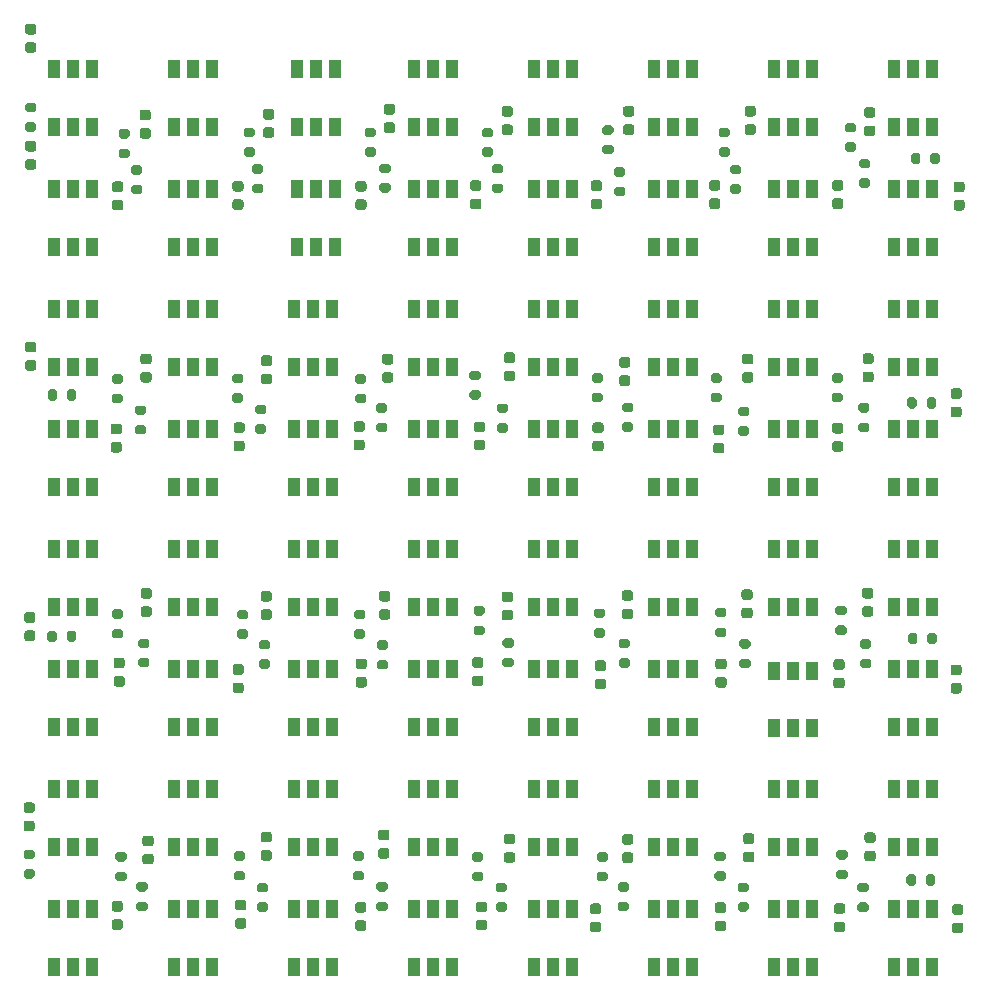
<source format=gtp>
G04 #@! TF.GenerationSoftware,KiCad,Pcbnew,5.99.0+really5.1.10+dfsg1-1*
G04 #@! TF.CreationDate,2022-01-28T19:42:34+02:00*
G04 #@! TF.ProjectId,RGBmatrix,5247426d-6174-4726-9978-2e6b69636164,rev?*
G04 #@! TF.SameCoordinates,Original*
G04 #@! TF.FileFunction,Paste,Top*
G04 #@! TF.FilePolarity,Positive*
%FSLAX46Y46*%
G04 Gerber Fmt 4.6, Leading zero omitted, Abs format (unit mm)*
G04 Created by KiCad (PCBNEW 5.99.0+really5.1.10+dfsg1-1) date 2022-01-28 19:42:34*
%MOMM*%
%LPD*%
G01*
G04 APERTURE LIST*
%ADD10R,1.000000X1.500000*%
G04 APERTURE END LIST*
G36*
G01*
X110295100Y-120491200D02*
X109745100Y-120491200D01*
G75*
G02*
X109545100Y-120291200I0J200000D01*
G01*
X109545100Y-119891200D01*
G75*
G02*
X109745100Y-119691200I200000J0D01*
G01*
X110295100Y-119691200D01*
G75*
G02*
X110495100Y-119891200I0J-200000D01*
G01*
X110495100Y-120291200D01*
G75*
G02*
X110295100Y-120491200I-200000J0D01*
G01*
G37*
G36*
G01*
X110295100Y-122141200D02*
X109745100Y-122141200D01*
G75*
G02*
X109545100Y-121941200I0J200000D01*
G01*
X109545100Y-121541200D01*
G75*
G02*
X109745100Y-121341200I200000J0D01*
G01*
X110295100Y-121341200D01*
G75*
G02*
X110495100Y-121541200I0J-200000D01*
G01*
X110495100Y-121941200D01*
G75*
G02*
X110295100Y-122141200I-200000J0D01*
G01*
G37*
G36*
G01*
X120480500Y-120567400D02*
X119930500Y-120567400D01*
G75*
G02*
X119730500Y-120367400I0J200000D01*
G01*
X119730500Y-119967400D01*
G75*
G02*
X119930500Y-119767400I200000J0D01*
G01*
X120480500Y-119767400D01*
G75*
G02*
X120680500Y-119967400I0J-200000D01*
G01*
X120680500Y-120367400D01*
G75*
G02*
X120480500Y-120567400I-200000J0D01*
G01*
G37*
G36*
G01*
X120480500Y-122217400D02*
X119930500Y-122217400D01*
G75*
G02*
X119730500Y-122017400I0J200000D01*
G01*
X119730500Y-121617400D01*
G75*
G02*
X119930500Y-121417400I200000J0D01*
G01*
X120480500Y-121417400D01*
G75*
G02*
X120680500Y-121617400I0J-200000D01*
G01*
X120680500Y-122017400D01*
G75*
G02*
X120480500Y-122217400I-200000J0D01*
G01*
G37*
G36*
G01*
X130602400Y-120491200D02*
X130052400Y-120491200D01*
G75*
G02*
X129852400Y-120291200I0J200000D01*
G01*
X129852400Y-119891200D01*
G75*
G02*
X130052400Y-119691200I200000J0D01*
G01*
X130602400Y-119691200D01*
G75*
G02*
X130802400Y-119891200I0J-200000D01*
G01*
X130802400Y-120291200D01*
G75*
G02*
X130602400Y-120491200I-200000J0D01*
G01*
G37*
G36*
G01*
X130602400Y-122141200D02*
X130052400Y-122141200D01*
G75*
G02*
X129852400Y-121941200I0J200000D01*
G01*
X129852400Y-121541200D01*
G75*
G02*
X130052400Y-121341200I200000J0D01*
G01*
X130602400Y-121341200D01*
G75*
G02*
X130802400Y-121541200I0J-200000D01*
G01*
X130802400Y-121941200D01*
G75*
G02*
X130602400Y-122141200I-200000J0D01*
G01*
G37*
G36*
G01*
X140711600Y-120554700D02*
X140161600Y-120554700D01*
G75*
G02*
X139961600Y-120354700I0J200000D01*
G01*
X139961600Y-119954700D01*
G75*
G02*
X140161600Y-119754700I200000J0D01*
G01*
X140711600Y-119754700D01*
G75*
G02*
X140911600Y-119954700I0J-200000D01*
G01*
X140911600Y-120354700D01*
G75*
G02*
X140711600Y-120554700I-200000J0D01*
G01*
G37*
G36*
G01*
X140711600Y-122204700D02*
X140161600Y-122204700D01*
G75*
G02*
X139961600Y-122004700I0J200000D01*
G01*
X139961600Y-121604700D01*
G75*
G02*
X140161600Y-121404700I200000J0D01*
G01*
X140711600Y-121404700D01*
G75*
G02*
X140911600Y-121604700I0J-200000D01*
G01*
X140911600Y-122004700D01*
G75*
G02*
X140711600Y-122204700I-200000J0D01*
G01*
G37*
G36*
G01*
X151036700Y-120503900D02*
X150486700Y-120503900D01*
G75*
G02*
X150286700Y-120303900I0J200000D01*
G01*
X150286700Y-119903900D01*
G75*
G02*
X150486700Y-119703900I200000J0D01*
G01*
X151036700Y-119703900D01*
G75*
G02*
X151236700Y-119903900I0J-200000D01*
G01*
X151236700Y-120303900D01*
G75*
G02*
X151036700Y-120503900I-200000J0D01*
G01*
G37*
G36*
G01*
X151036700Y-122153900D02*
X150486700Y-122153900D01*
G75*
G02*
X150286700Y-121953900I0J200000D01*
G01*
X150286700Y-121553900D01*
G75*
G02*
X150486700Y-121353900I200000J0D01*
G01*
X151036700Y-121353900D01*
G75*
G02*
X151236700Y-121553900I0J-200000D01*
G01*
X151236700Y-121953900D01*
G75*
G02*
X151036700Y-122153900I-200000J0D01*
G01*
G37*
G36*
G01*
X161184000Y-120542000D02*
X160634000Y-120542000D01*
G75*
G02*
X160434000Y-120342000I0J200000D01*
G01*
X160434000Y-119942000D01*
G75*
G02*
X160634000Y-119742000I200000J0D01*
G01*
X161184000Y-119742000D01*
G75*
G02*
X161384000Y-119942000I0J-200000D01*
G01*
X161384000Y-120342000D01*
G75*
G02*
X161184000Y-120542000I-200000J0D01*
G01*
G37*
G36*
G01*
X161184000Y-122192000D02*
X160634000Y-122192000D01*
G75*
G02*
X160434000Y-121992000I0J200000D01*
G01*
X160434000Y-121592000D01*
G75*
G02*
X160634000Y-121392000I200000J0D01*
G01*
X161184000Y-121392000D01*
G75*
G02*
X161384000Y-121592000I0J-200000D01*
G01*
X161384000Y-121992000D01*
G75*
G02*
X161184000Y-122192000I-200000J0D01*
G01*
G37*
G36*
G01*
X171331300Y-120567900D02*
X170781300Y-120567900D01*
G75*
G02*
X170581300Y-120367900I0J200000D01*
G01*
X170581300Y-119967900D01*
G75*
G02*
X170781300Y-119767900I200000J0D01*
G01*
X171331300Y-119767900D01*
G75*
G02*
X171531300Y-119967900I0J-200000D01*
G01*
X171531300Y-120367900D01*
G75*
G02*
X171331300Y-120567900I-200000J0D01*
G01*
G37*
G36*
G01*
X171331300Y-122217900D02*
X170781300Y-122217900D01*
G75*
G02*
X170581300Y-122017900I0J200000D01*
G01*
X170581300Y-121617900D01*
G75*
G02*
X170781300Y-121417900I200000J0D01*
G01*
X171331300Y-121417900D01*
G75*
G02*
X171531300Y-121617900I0J-200000D01*
G01*
X171531300Y-122017900D01*
G75*
G02*
X171331300Y-122217900I-200000J0D01*
G01*
G37*
G36*
G01*
X175533000Y-119232000D02*
X175533000Y-119782000D01*
G75*
G02*
X175333000Y-119982000I-200000J0D01*
G01*
X174933000Y-119982000D01*
G75*
G02*
X174733000Y-119782000I0J200000D01*
G01*
X174733000Y-119232000D01*
G75*
G02*
X174933000Y-119032000I200000J0D01*
G01*
X175333000Y-119032000D01*
G75*
G02*
X175533000Y-119232000I0J-200000D01*
G01*
G37*
G36*
G01*
X177183000Y-119232000D02*
X177183000Y-119782000D01*
G75*
G02*
X176983000Y-119982000I-200000J0D01*
G01*
X176583000Y-119982000D01*
G75*
G02*
X176383000Y-119782000I0J200000D01*
G01*
X176383000Y-119232000D01*
G75*
G02*
X176583000Y-119032000I200000J0D01*
G01*
X176983000Y-119032000D01*
G75*
G02*
X177183000Y-119232000I0J-200000D01*
G01*
G37*
G36*
G01*
X169003300Y-118637100D02*
X169553300Y-118637100D01*
G75*
G02*
X169753300Y-118837100I0J-200000D01*
G01*
X169753300Y-119237100D01*
G75*
G02*
X169553300Y-119437100I-200000J0D01*
G01*
X169003300Y-119437100D01*
G75*
G02*
X168803300Y-119237100I0J200000D01*
G01*
X168803300Y-118837100D01*
G75*
G02*
X169003300Y-118637100I200000J0D01*
G01*
G37*
G36*
G01*
X169003300Y-116987100D02*
X169553300Y-116987100D01*
G75*
G02*
X169753300Y-117187100I0J-200000D01*
G01*
X169753300Y-117587100D01*
G75*
G02*
X169553300Y-117787100I-200000J0D01*
G01*
X169003300Y-117787100D01*
G75*
G02*
X168803300Y-117587100I0J200000D01*
G01*
X168803300Y-117187100D01*
G75*
G02*
X169003300Y-116987100I200000J0D01*
G01*
G37*
G36*
G01*
X158678200Y-118776800D02*
X159228200Y-118776800D01*
G75*
G02*
X159428200Y-118976800I0J-200000D01*
G01*
X159428200Y-119376800D01*
G75*
G02*
X159228200Y-119576800I-200000J0D01*
G01*
X158678200Y-119576800D01*
G75*
G02*
X158478200Y-119376800I0J200000D01*
G01*
X158478200Y-118976800D01*
G75*
G02*
X158678200Y-118776800I200000J0D01*
G01*
G37*
G36*
G01*
X158678200Y-117126800D02*
X159228200Y-117126800D01*
G75*
G02*
X159428200Y-117326800I0J-200000D01*
G01*
X159428200Y-117726800D01*
G75*
G02*
X159228200Y-117926800I-200000J0D01*
G01*
X158678200Y-117926800D01*
G75*
G02*
X158478200Y-117726800I0J200000D01*
G01*
X158478200Y-117326800D01*
G75*
G02*
X158678200Y-117126800I200000J0D01*
G01*
G37*
G36*
G01*
X148708700Y-118813900D02*
X149258700Y-118813900D01*
G75*
G02*
X149458700Y-119013900I0J-200000D01*
G01*
X149458700Y-119413900D01*
G75*
G02*
X149258700Y-119613900I-200000J0D01*
G01*
X148708700Y-119613900D01*
G75*
G02*
X148508700Y-119413900I0J200000D01*
G01*
X148508700Y-119013900D01*
G75*
G02*
X148708700Y-118813900I200000J0D01*
G01*
G37*
G36*
G01*
X148708700Y-117163900D02*
X149258700Y-117163900D01*
G75*
G02*
X149458700Y-117363900I0J-200000D01*
G01*
X149458700Y-117763900D01*
G75*
G02*
X149258700Y-117963900I-200000J0D01*
G01*
X148708700Y-117963900D01*
G75*
G02*
X148508700Y-117763900I0J200000D01*
G01*
X148508700Y-117363900D01*
G75*
G02*
X148708700Y-117163900I200000J0D01*
G01*
G37*
G36*
G01*
X138155000Y-118814900D02*
X138705000Y-118814900D01*
G75*
G02*
X138905000Y-119014900I0J-200000D01*
G01*
X138905000Y-119414900D01*
G75*
G02*
X138705000Y-119614900I-200000J0D01*
G01*
X138155000Y-119614900D01*
G75*
G02*
X137955000Y-119414900I0J200000D01*
G01*
X137955000Y-119014900D01*
G75*
G02*
X138155000Y-118814900I200000J0D01*
G01*
G37*
G36*
G01*
X138155000Y-117164900D02*
X138705000Y-117164900D01*
G75*
G02*
X138905000Y-117364900I0J-200000D01*
G01*
X138905000Y-117764900D01*
G75*
G02*
X138705000Y-117964900I-200000J0D01*
G01*
X138155000Y-117964900D01*
G75*
G02*
X137955000Y-117764900I0J200000D01*
G01*
X137955000Y-117364900D01*
G75*
G02*
X138155000Y-117164900I200000J0D01*
G01*
G37*
G36*
G01*
X128066120Y-118745320D02*
X128616120Y-118745320D01*
G75*
G02*
X128816120Y-118945320I0J-200000D01*
G01*
X128816120Y-119345320D01*
G75*
G02*
X128616120Y-119545320I-200000J0D01*
G01*
X128066120Y-119545320D01*
G75*
G02*
X127866120Y-119345320I0J200000D01*
G01*
X127866120Y-118945320D01*
G75*
G02*
X128066120Y-118745320I200000J0D01*
G01*
G37*
G36*
G01*
X128066120Y-117095320D02*
X128616120Y-117095320D01*
G75*
G02*
X128816120Y-117295320I0J-200000D01*
G01*
X128816120Y-117695320D01*
G75*
G02*
X128616120Y-117895320I-200000J0D01*
G01*
X128066120Y-117895320D01*
G75*
G02*
X127866120Y-117695320I0J200000D01*
G01*
X127866120Y-117295320D01*
G75*
G02*
X128066120Y-117095320I200000J0D01*
G01*
G37*
G36*
G01*
X117987400Y-118751400D02*
X118537400Y-118751400D01*
G75*
G02*
X118737400Y-118951400I0J-200000D01*
G01*
X118737400Y-119351400D01*
G75*
G02*
X118537400Y-119551400I-200000J0D01*
G01*
X117987400Y-119551400D01*
G75*
G02*
X117787400Y-119351400I0J200000D01*
G01*
X117787400Y-118951400D01*
G75*
G02*
X117987400Y-118751400I200000J0D01*
G01*
G37*
G36*
G01*
X117987400Y-117101400D02*
X118537400Y-117101400D01*
G75*
G02*
X118737400Y-117301400I0J-200000D01*
G01*
X118737400Y-117701400D01*
G75*
G02*
X118537400Y-117901400I-200000J0D01*
G01*
X117987400Y-117901400D01*
G75*
G02*
X117787400Y-117701400I0J200000D01*
G01*
X117787400Y-117301400D01*
G75*
G02*
X117987400Y-117101400I200000J0D01*
G01*
G37*
G36*
G01*
X107967100Y-118801700D02*
X108517100Y-118801700D01*
G75*
G02*
X108717100Y-119001700I0J-200000D01*
G01*
X108717100Y-119401700D01*
G75*
G02*
X108517100Y-119601700I-200000J0D01*
G01*
X107967100Y-119601700D01*
G75*
G02*
X107767100Y-119401700I0J200000D01*
G01*
X107767100Y-119001700D01*
G75*
G02*
X107967100Y-118801700I200000J0D01*
G01*
G37*
G36*
G01*
X107967100Y-117151700D02*
X108517100Y-117151700D01*
G75*
G02*
X108717100Y-117351700I0J-200000D01*
G01*
X108717100Y-117751700D01*
G75*
G02*
X108517100Y-117951700I-200000J0D01*
G01*
X107967100Y-117951700D01*
G75*
G02*
X107767100Y-117751700I0J200000D01*
G01*
X107767100Y-117351700D01*
G75*
G02*
X107967100Y-117151700I200000J0D01*
G01*
G37*
G36*
G01*
X100182000Y-118598000D02*
X100732000Y-118598000D01*
G75*
G02*
X100932000Y-118798000I0J-200000D01*
G01*
X100932000Y-119198000D01*
G75*
G02*
X100732000Y-119398000I-200000J0D01*
G01*
X100182000Y-119398000D01*
G75*
G02*
X99982000Y-119198000I0J200000D01*
G01*
X99982000Y-118798000D01*
G75*
G02*
X100182000Y-118598000I200000J0D01*
G01*
G37*
G36*
G01*
X100182000Y-116948000D02*
X100732000Y-116948000D01*
G75*
G02*
X100932000Y-117148000I0J-200000D01*
G01*
X100932000Y-117548000D01*
G75*
G02*
X100732000Y-117748000I-200000J0D01*
G01*
X100182000Y-117748000D01*
G75*
G02*
X99982000Y-117548000I0J200000D01*
G01*
X99982000Y-117148000D01*
G75*
G02*
X100182000Y-116948000I200000J0D01*
G01*
G37*
G36*
G01*
X110444960Y-99871480D02*
X109894960Y-99871480D01*
G75*
G02*
X109694960Y-99671480I0J200000D01*
G01*
X109694960Y-99271480D01*
G75*
G02*
X109894960Y-99071480I200000J0D01*
G01*
X110444960Y-99071480D01*
G75*
G02*
X110644960Y-99271480I0J-200000D01*
G01*
X110644960Y-99671480D01*
G75*
G02*
X110444960Y-99871480I-200000J0D01*
G01*
G37*
G36*
G01*
X110444960Y-101521480D02*
X109894960Y-101521480D01*
G75*
G02*
X109694960Y-101321480I0J200000D01*
G01*
X109694960Y-100921480D01*
G75*
G02*
X109894960Y-100721480I200000J0D01*
G01*
X110444960Y-100721480D01*
G75*
G02*
X110644960Y-100921480I0J-200000D01*
G01*
X110644960Y-101321480D01*
G75*
G02*
X110444960Y-101521480I-200000J0D01*
G01*
G37*
G36*
G01*
X120671000Y-99993400D02*
X120121000Y-99993400D01*
G75*
G02*
X119921000Y-99793400I0J200000D01*
G01*
X119921000Y-99393400D01*
G75*
G02*
X120121000Y-99193400I200000J0D01*
G01*
X120671000Y-99193400D01*
G75*
G02*
X120871000Y-99393400I0J-200000D01*
G01*
X120871000Y-99793400D01*
G75*
G02*
X120671000Y-99993400I-200000J0D01*
G01*
G37*
G36*
G01*
X120671000Y-101643400D02*
X120121000Y-101643400D01*
G75*
G02*
X119921000Y-101443400I0J200000D01*
G01*
X119921000Y-101043400D01*
G75*
G02*
X120121000Y-100843400I200000J0D01*
G01*
X120671000Y-100843400D01*
G75*
G02*
X120871000Y-101043400I0J-200000D01*
G01*
X120871000Y-101443400D01*
G75*
G02*
X120671000Y-101643400I-200000J0D01*
G01*
G37*
G36*
G01*
X130640500Y-100032000D02*
X130090500Y-100032000D01*
G75*
G02*
X129890500Y-99832000I0J200000D01*
G01*
X129890500Y-99432000D01*
G75*
G02*
X130090500Y-99232000I200000J0D01*
G01*
X130640500Y-99232000D01*
G75*
G02*
X130840500Y-99432000I0J-200000D01*
G01*
X130840500Y-99832000D01*
G75*
G02*
X130640500Y-100032000I-200000J0D01*
G01*
G37*
G36*
G01*
X130640500Y-101682000D02*
X130090500Y-101682000D01*
G75*
G02*
X129890500Y-101482000I0J200000D01*
G01*
X129890500Y-101082000D01*
G75*
G02*
X130090500Y-100882000I200000J0D01*
G01*
X130640500Y-100882000D01*
G75*
G02*
X130840500Y-101082000I0J-200000D01*
G01*
X130840500Y-101482000D01*
G75*
G02*
X130640500Y-101682000I-200000J0D01*
G01*
G37*
G36*
G01*
X141283100Y-99854700D02*
X140733100Y-99854700D01*
G75*
G02*
X140533100Y-99654700I0J200000D01*
G01*
X140533100Y-99254700D01*
G75*
G02*
X140733100Y-99054700I200000J0D01*
G01*
X141283100Y-99054700D01*
G75*
G02*
X141483100Y-99254700I0J-200000D01*
G01*
X141483100Y-99654700D01*
G75*
G02*
X141283100Y-99854700I-200000J0D01*
G01*
G37*
G36*
G01*
X141283100Y-101504700D02*
X140733100Y-101504700D01*
G75*
G02*
X140533100Y-101304700I0J200000D01*
G01*
X140533100Y-100904700D01*
G75*
G02*
X140733100Y-100704700I200000J0D01*
G01*
X141283100Y-100704700D01*
G75*
G02*
X141483100Y-100904700I0J-200000D01*
G01*
X141483100Y-101304700D01*
G75*
G02*
X141283100Y-101504700I-200000J0D01*
G01*
G37*
G36*
G01*
X151112900Y-99891800D02*
X150562900Y-99891800D01*
G75*
G02*
X150362900Y-99691800I0J200000D01*
G01*
X150362900Y-99291800D01*
G75*
G02*
X150562900Y-99091800I200000J0D01*
G01*
X151112900Y-99091800D01*
G75*
G02*
X151312900Y-99291800I0J-200000D01*
G01*
X151312900Y-99691800D01*
G75*
G02*
X151112900Y-99891800I-200000J0D01*
G01*
G37*
G36*
G01*
X151112900Y-101541800D02*
X150562900Y-101541800D01*
G75*
G02*
X150362900Y-101341800I0J200000D01*
G01*
X150362900Y-100941800D01*
G75*
G02*
X150562900Y-100741800I200000J0D01*
G01*
X151112900Y-100741800D01*
G75*
G02*
X151312900Y-100941800I0J-200000D01*
G01*
X151312900Y-101341800D01*
G75*
G02*
X151112900Y-101541800I-200000J0D01*
G01*
G37*
G36*
G01*
X161336400Y-99929900D02*
X160786400Y-99929900D01*
G75*
G02*
X160586400Y-99729900I0J200000D01*
G01*
X160586400Y-99329900D01*
G75*
G02*
X160786400Y-99129900I200000J0D01*
G01*
X161336400Y-99129900D01*
G75*
G02*
X161536400Y-99329900I0J-200000D01*
G01*
X161536400Y-99729900D01*
G75*
G02*
X161336400Y-99929900I-200000J0D01*
G01*
G37*
G36*
G01*
X161336400Y-101579900D02*
X160786400Y-101579900D01*
G75*
G02*
X160586400Y-101379900I0J200000D01*
G01*
X160586400Y-100979900D01*
G75*
G02*
X160786400Y-100779900I200000J0D01*
G01*
X161336400Y-100779900D01*
G75*
G02*
X161536400Y-100979900I0J-200000D01*
G01*
X161536400Y-101379900D01*
G75*
G02*
X161336400Y-101579900I-200000J0D01*
G01*
G37*
G36*
G01*
X171559900Y-99930900D02*
X171009900Y-99930900D01*
G75*
G02*
X170809900Y-99730900I0J200000D01*
G01*
X170809900Y-99330900D01*
G75*
G02*
X171009900Y-99130900I200000J0D01*
G01*
X171559900Y-99130900D01*
G75*
G02*
X171759900Y-99330900I0J-200000D01*
G01*
X171759900Y-99730900D01*
G75*
G02*
X171559900Y-99930900I-200000J0D01*
G01*
G37*
G36*
G01*
X171559900Y-101580900D02*
X171009900Y-101580900D01*
G75*
G02*
X170809900Y-101380900I0J200000D01*
G01*
X170809900Y-100980900D01*
G75*
G02*
X171009900Y-100780900I200000J0D01*
G01*
X171559900Y-100780900D01*
G75*
G02*
X171759900Y-100980900I0J-200000D01*
G01*
X171759900Y-101380900D01*
G75*
G02*
X171559900Y-101580900I-200000J0D01*
G01*
G37*
G36*
G01*
X175661000Y-98785000D02*
X175661000Y-99335000D01*
G75*
G02*
X175461000Y-99535000I-200000J0D01*
G01*
X175061000Y-99535000D01*
G75*
G02*
X174861000Y-99335000I0J200000D01*
G01*
X174861000Y-98785000D01*
G75*
G02*
X175061000Y-98585000I200000J0D01*
G01*
X175461000Y-98585000D01*
G75*
G02*
X175661000Y-98785000I0J-200000D01*
G01*
G37*
G36*
G01*
X177311000Y-98785000D02*
X177311000Y-99335000D01*
G75*
G02*
X177111000Y-99535000I-200000J0D01*
G01*
X176711000Y-99535000D01*
G75*
G02*
X176511000Y-99335000I0J200000D01*
G01*
X176511000Y-98785000D01*
G75*
G02*
X176711000Y-98585000I200000J0D01*
G01*
X177111000Y-98585000D01*
G75*
G02*
X177311000Y-98785000I0J-200000D01*
G01*
G37*
G36*
G01*
X168924560Y-97966080D02*
X169474560Y-97966080D01*
G75*
G02*
X169674560Y-98166080I0J-200000D01*
G01*
X169674560Y-98566080D01*
G75*
G02*
X169474560Y-98766080I-200000J0D01*
G01*
X168924560Y-98766080D01*
G75*
G02*
X168724560Y-98566080I0J200000D01*
G01*
X168724560Y-98166080D01*
G75*
G02*
X168924560Y-97966080I200000J0D01*
G01*
G37*
G36*
G01*
X168924560Y-96316080D02*
X169474560Y-96316080D01*
G75*
G02*
X169674560Y-96516080I0J-200000D01*
G01*
X169674560Y-96916080D01*
G75*
G02*
X169474560Y-97116080I-200000J0D01*
G01*
X168924560Y-97116080D01*
G75*
G02*
X168724560Y-96916080I0J200000D01*
G01*
X168724560Y-96516080D01*
G75*
G02*
X168924560Y-96316080I200000J0D01*
G01*
G37*
G36*
G01*
X158741700Y-98139300D02*
X159291700Y-98139300D01*
G75*
G02*
X159491700Y-98339300I0J-200000D01*
G01*
X159491700Y-98739300D01*
G75*
G02*
X159291700Y-98939300I-200000J0D01*
G01*
X158741700Y-98939300D01*
G75*
G02*
X158541700Y-98739300I0J200000D01*
G01*
X158541700Y-98339300D01*
G75*
G02*
X158741700Y-98139300I200000J0D01*
G01*
G37*
G36*
G01*
X158741700Y-96489300D02*
X159291700Y-96489300D01*
G75*
G02*
X159491700Y-96689300I0J-200000D01*
G01*
X159491700Y-97089300D01*
G75*
G02*
X159291700Y-97289300I-200000J0D01*
G01*
X158741700Y-97289300D01*
G75*
G02*
X158541700Y-97089300I0J200000D01*
G01*
X158541700Y-96689300D01*
G75*
G02*
X158741700Y-96489300I200000J0D01*
G01*
G37*
G36*
G01*
X148467400Y-98189600D02*
X149017400Y-98189600D01*
G75*
G02*
X149217400Y-98389600I0J-200000D01*
G01*
X149217400Y-98789600D01*
G75*
G02*
X149017400Y-98989600I-200000J0D01*
G01*
X148467400Y-98989600D01*
G75*
G02*
X148267400Y-98789600I0J200000D01*
G01*
X148267400Y-98389600D01*
G75*
G02*
X148467400Y-98189600I200000J0D01*
G01*
G37*
G36*
G01*
X148467400Y-96539600D02*
X149017400Y-96539600D01*
G75*
G02*
X149217400Y-96739600I0J-200000D01*
G01*
X149217400Y-97139600D01*
G75*
G02*
X149017400Y-97339600I-200000J0D01*
G01*
X148467400Y-97339600D01*
G75*
G02*
X148267400Y-97139600I0J200000D01*
G01*
X148267400Y-96739600D01*
G75*
G02*
X148467400Y-96539600I200000J0D01*
G01*
G37*
G36*
G01*
X138282000Y-97974200D02*
X138832000Y-97974200D01*
G75*
G02*
X139032000Y-98174200I0J-200000D01*
G01*
X139032000Y-98574200D01*
G75*
G02*
X138832000Y-98774200I-200000J0D01*
G01*
X138282000Y-98774200D01*
G75*
G02*
X138082000Y-98574200I0J200000D01*
G01*
X138082000Y-98174200D01*
G75*
G02*
X138282000Y-97974200I200000J0D01*
G01*
G37*
G36*
G01*
X138282000Y-96324200D02*
X138832000Y-96324200D01*
G75*
G02*
X139032000Y-96524200I0J-200000D01*
G01*
X139032000Y-96924200D01*
G75*
G02*
X138832000Y-97124200I-200000J0D01*
G01*
X138282000Y-97124200D01*
G75*
G02*
X138082000Y-96924200I0J200000D01*
G01*
X138082000Y-96524200D01*
G75*
G02*
X138282000Y-96324200I200000J0D01*
G01*
G37*
G36*
G01*
X128160100Y-98291700D02*
X128710100Y-98291700D01*
G75*
G02*
X128910100Y-98491700I0J-200000D01*
G01*
X128910100Y-98891700D01*
G75*
G02*
X128710100Y-99091700I-200000J0D01*
G01*
X128160100Y-99091700D01*
G75*
G02*
X127960100Y-98891700I0J200000D01*
G01*
X127960100Y-98491700D01*
G75*
G02*
X128160100Y-98291700I200000J0D01*
G01*
G37*
G36*
G01*
X128160100Y-96641700D02*
X128710100Y-96641700D01*
G75*
G02*
X128910100Y-96841700I0J-200000D01*
G01*
X128910100Y-97241700D01*
G75*
G02*
X128710100Y-97441700I-200000J0D01*
G01*
X128160100Y-97441700D01*
G75*
G02*
X127960100Y-97241700I0J200000D01*
G01*
X127960100Y-96841700D01*
G75*
G02*
X128160100Y-96641700I200000J0D01*
G01*
G37*
G36*
G01*
X118266800Y-98306440D02*
X118816800Y-98306440D01*
G75*
G02*
X119016800Y-98506440I0J-200000D01*
G01*
X119016800Y-98906440D01*
G75*
G02*
X118816800Y-99106440I-200000J0D01*
G01*
X118266800Y-99106440D01*
G75*
G02*
X118066800Y-98906440I0J200000D01*
G01*
X118066800Y-98506440D01*
G75*
G02*
X118266800Y-98306440I200000J0D01*
G01*
G37*
G36*
G01*
X118266800Y-96656440D02*
X118816800Y-96656440D01*
G75*
G02*
X119016800Y-96856440I0J-200000D01*
G01*
X119016800Y-97256440D01*
G75*
G02*
X118816800Y-97456440I-200000J0D01*
G01*
X118266800Y-97456440D01*
G75*
G02*
X118066800Y-97256440I0J200000D01*
G01*
X118066800Y-96856440D01*
G75*
G02*
X118266800Y-96656440I200000J0D01*
G01*
G37*
G36*
G01*
X107662300Y-98253600D02*
X108212300Y-98253600D01*
G75*
G02*
X108412300Y-98453600I0J-200000D01*
G01*
X108412300Y-98853600D01*
G75*
G02*
X108212300Y-99053600I-200000J0D01*
G01*
X107662300Y-99053600D01*
G75*
G02*
X107462300Y-98853600I0J200000D01*
G01*
X107462300Y-98453600D01*
G75*
G02*
X107662300Y-98253600I200000J0D01*
G01*
G37*
G36*
G01*
X107662300Y-96603600D02*
X108212300Y-96603600D01*
G75*
G02*
X108412300Y-96803600I0J-200000D01*
G01*
X108412300Y-97203600D01*
G75*
G02*
X108212300Y-97403600I-200000J0D01*
G01*
X107662300Y-97403600D01*
G75*
G02*
X107462300Y-97203600I0J200000D01*
G01*
X107462300Y-96803600D01*
G75*
G02*
X107662300Y-96603600I200000J0D01*
G01*
G37*
G36*
G01*
X103638400Y-99157200D02*
X103638400Y-98607200D01*
G75*
G02*
X103838400Y-98407200I200000J0D01*
G01*
X104238400Y-98407200D01*
G75*
G02*
X104438400Y-98607200I0J-200000D01*
G01*
X104438400Y-99157200D01*
G75*
G02*
X104238400Y-99357200I-200000J0D01*
G01*
X103838400Y-99357200D01*
G75*
G02*
X103638400Y-99157200I0J200000D01*
G01*
G37*
G36*
G01*
X101988400Y-99157200D02*
X101988400Y-98607200D01*
G75*
G02*
X102188400Y-98407200I200000J0D01*
G01*
X102588400Y-98407200D01*
G75*
G02*
X102788400Y-98607200I0J-200000D01*
G01*
X102788400Y-99157200D01*
G75*
G02*
X102588400Y-99357200I-200000J0D01*
G01*
X102188400Y-99357200D01*
G75*
G02*
X101988400Y-99157200I0J200000D01*
G01*
G37*
G36*
G01*
X110142700Y-80144300D02*
X109592700Y-80144300D01*
G75*
G02*
X109392700Y-79944300I0J200000D01*
G01*
X109392700Y-79544300D01*
G75*
G02*
X109592700Y-79344300I200000J0D01*
G01*
X110142700Y-79344300D01*
G75*
G02*
X110342700Y-79544300I0J-200000D01*
G01*
X110342700Y-79944300D01*
G75*
G02*
X110142700Y-80144300I-200000J0D01*
G01*
G37*
G36*
G01*
X110142700Y-81794300D02*
X109592700Y-81794300D01*
G75*
G02*
X109392700Y-81594300I0J200000D01*
G01*
X109392700Y-81194300D01*
G75*
G02*
X109592700Y-80994300I200000J0D01*
G01*
X110142700Y-80994300D01*
G75*
G02*
X110342700Y-81194300I0J-200000D01*
G01*
X110342700Y-81594300D01*
G75*
G02*
X110142700Y-81794300I-200000J0D01*
G01*
G37*
G36*
G01*
X120340800Y-80079800D02*
X119790800Y-80079800D01*
G75*
G02*
X119590800Y-79879800I0J200000D01*
G01*
X119590800Y-79479800D01*
G75*
G02*
X119790800Y-79279800I200000J0D01*
G01*
X120340800Y-79279800D01*
G75*
G02*
X120540800Y-79479800I0J-200000D01*
G01*
X120540800Y-79879800D01*
G75*
G02*
X120340800Y-80079800I-200000J0D01*
G01*
G37*
G36*
G01*
X120340800Y-81729800D02*
X119790800Y-81729800D01*
G75*
G02*
X119590800Y-81529800I0J200000D01*
G01*
X119590800Y-81129800D01*
G75*
G02*
X119790800Y-80929800I200000J0D01*
G01*
X120340800Y-80929800D01*
G75*
G02*
X120540800Y-81129800I0J-200000D01*
G01*
X120540800Y-81529800D01*
G75*
G02*
X120340800Y-81729800I-200000J0D01*
G01*
G37*
G36*
G01*
X130589700Y-79966500D02*
X130039700Y-79966500D01*
G75*
G02*
X129839700Y-79766500I0J200000D01*
G01*
X129839700Y-79366500D01*
G75*
G02*
X130039700Y-79166500I200000J0D01*
G01*
X130589700Y-79166500D01*
G75*
G02*
X130789700Y-79366500I0J-200000D01*
G01*
X130789700Y-79766500D01*
G75*
G02*
X130589700Y-79966500I-200000J0D01*
G01*
G37*
G36*
G01*
X130589700Y-81616500D02*
X130039700Y-81616500D01*
G75*
G02*
X129839700Y-81416500I0J200000D01*
G01*
X129839700Y-81016500D01*
G75*
G02*
X130039700Y-80816500I200000J0D01*
G01*
X130589700Y-80816500D01*
G75*
G02*
X130789700Y-81016500I0J-200000D01*
G01*
X130789700Y-81416500D01*
G75*
G02*
X130589700Y-81616500I-200000J0D01*
G01*
G37*
G36*
G01*
X140800500Y-79978200D02*
X140250500Y-79978200D01*
G75*
G02*
X140050500Y-79778200I0J200000D01*
G01*
X140050500Y-79378200D01*
G75*
G02*
X140250500Y-79178200I200000J0D01*
G01*
X140800500Y-79178200D01*
G75*
G02*
X141000500Y-79378200I0J-200000D01*
G01*
X141000500Y-79778200D01*
G75*
G02*
X140800500Y-79978200I-200000J0D01*
G01*
G37*
G36*
G01*
X140800500Y-81628200D02*
X140250500Y-81628200D01*
G75*
G02*
X140050500Y-81428200I0J200000D01*
G01*
X140050500Y-81028200D01*
G75*
G02*
X140250500Y-80828200I200000J0D01*
G01*
X140800500Y-80828200D01*
G75*
G02*
X141000500Y-81028200I0J-200000D01*
G01*
X141000500Y-81428200D01*
G75*
G02*
X140800500Y-81628200I-200000J0D01*
G01*
G37*
G36*
G01*
X151405000Y-79902000D02*
X150855000Y-79902000D01*
G75*
G02*
X150655000Y-79702000I0J200000D01*
G01*
X150655000Y-79302000D01*
G75*
G02*
X150855000Y-79102000I200000J0D01*
G01*
X151405000Y-79102000D01*
G75*
G02*
X151605000Y-79302000I0J-200000D01*
G01*
X151605000Y-79702000D01*
G75*
G02*
X151405000Y-79902000I-200000J0D01*
G01*
G37*
G36*
G01*
X151405000Y-81552000D02*
X150855000Y-81552000D01*
G75*
G02*
X150655000Y-81352000I0J200000D01*
G01*
X150655000Y-80952000D01*
G75*
G02*
X150855000Y-80752000I200000J0D01*
G01*
X151405000Y-80752000D01*
G75*
G02*
X151605000Y-80952000I0J-200000D01*
G01*
X151605000Y-81352000D01*
G75*
G02*
X151405000Y-81552000I-200000J0D01*
G01*
G37*
G36*
G01*
X161222100Y-80245400D02*
X160672100Y-80245400D01*
G75*
G02*
X160472100Y-80045400I0J200000D01*
G01*
X160472100Y-79645400D01*
G75*
G02*
X160672100Y-79445400I200000J0D01*
G01*
X161222100Y-79445400D01*
G75*
G02*
X161422100Y-79645400I0J-200000D01*
G01*
X161422100Y-80045400D01*
G75*
G02*
X161222100Y-80245400I-200000J0D01*
G01*
G37*
G36*
G01*
X161222100Y-81895400D02*
X160672100Y-81895400D01*
G75*
G02*
X160472100Y-81695400I0J200000D01*
G01*
X160472100Y-81295400D01*
G75*
G02*
X160672100Y-81095400I200000J0D01*
G01*
X161222100Y-81095400D01*
G75*
G02*
X161422100Y-81295400I0J-200000D01*
G01*
X161422100Y-81695400D01*
G75*
G02*
X161222100Y-81895400I-200000J0D01*
G01*
G37*
G36*
G01*
X171404960Y-79935520D02*
X170854960Y-79935520D01*
G75*
G02*
X170654960Y-79735520I0J200000D01*
G01*
X170654960Y-79335520D01*
G75*
G02*
X170854960Y-79135520I200000J0D01*
G01*
X171404960Y-79135520D01*
G75*
G02*
X171604960Y-79335520I0J-200000D01*
G01*
X171604960Y-79735520D01*
G75*
G02*
X171404960Y-79935520I-200000J0D01*
G01*
G37*
G36*
G01*
X171404960Y-81585520D02*
X170854960Y-81585520D01*
G75*
G02*
X170654960Y-81385520I0J200000D01*
G01*
X170654960Y-80985520D01*
G75*
G02*
X170854960Y-80785520I200000J0D01*
G01*
X171404960Y-80785520D01*
G75*
G02*
X171604960Y-80985520I0J-200000D01*
G01*
X171604960Y-81385520D01*
G75*
G02*
X171404960Y-81585520I-200000J0D01*
G01*
G37*
G36*
G01*
X175597000Y-78846000D02*
X175597000Y-79396000D01*
G75*
G02*
X175397000Y-79596000I-200000J0D01*
G01*
X174997000Y-79596000D01*
G75*
G02*
X174797000Y-79396000I0J200000D01*
G01*
X174797000Y-78846000D01*
G75*
G02*
X174997000Y-78646000I200000J0D01*
G01*
X175397000Y-78646000D01*
G75*
G02*
X175597000Y-78846000I0J-200000D01*
G01*
G37*
G36*
G01*
X177247000Y-78846000D02*
X177247000Y-79396000D01*
G75*
G02*
X177047000Y-79596000I-200000J0D01*
G01*
X176647000Y-79596000D01*
G75*
G02*
X176447000Y-79396000I0J200000D01*
G01*
X176447000Y-78846000D01*
G75*
G02*
X176647000Y-78646000I200000J0D01*
G01*
X177047000Y-78646000D01*
G75*
G02*
X177247000Y-78846000I0J-200000D01*
G01*
G37*
G36*
G01*
X168594360Y-78268880D02*
X169144360Y-78268880D01*
G75*
G02*
X169344360Y-78468880I0J-200000D01*
G01*
X169344360Y-78868880D01*
G75*
G02*
X169144360Y-79068880I-200000J0D01*
G01*
X168594360Y-79068880D01*
G75*
G02*
X168394360Y-78868880I0J200000D01*
G01*
X168394360Y-78468880D01*
G75*
G02*
X168594360Y-78268880I200000J0D01*
G01*
G37*
G36*
G01*
X168594360Y-76618880D02*
X169144360Y-76618880D01*
G75*
G02*
X169344360Y-76818880I0J-200000D01*
G01*
X169344360Y-77218880D01*
G75*
G02*
X169144360Y-77418880I-200000J0D01*
G01*
X168594360Y-77418880D01*
G75*
G02*
X168394360Y-77218880I0J200000D01*
G01*
X168394360Y-76818880D01*
G75*
G02*
X168594360Y-76618880I200000J0D01*
G01*
G37*
G36*
G01*
X158348000Y-78276000D02*
X158898000Y-78276000D01*
G75*
G02*
X159098000Y-78476000I0J-200000D01*
G01*
X159098000Y-78876000D01*
G75*
G02*
X158898000Y-79076000I-200000J0D01*
G01*
X158348000Y-79076000D01*
G75*
G02*
X158148000Y-78876000I0J200000D01*
G01*
X158148000Y-78476000D01*
G75*
G02*
X158348000Y-78276000I200000J0D01*
G01*
G37*
G36*
G01*
X158348000Y-76626000D02*
X158898000Y-76626000D01*
G75*
G02*
X159098000Y-76826000I0J-200000D01*
G01*
X159098000Y-77226000D01*
G75*
G02*
X158898000Y-77426000I-200000J0D01*
G01*
X158348000Y-77426000D01*
G75*
G02*
X158148000Y-77226000I0J200000D01*
G01*
X158148000Y-76826000D01*
G75*
G02*
X158348000Y-76626000I200000J0D01*
G01*
G37*
G36*
G01*
X148276900Y-78250600D02*
X148826900Y-78250600D01*
G75*
G02*
X149026900Y-78450600I0J-200000D01*
G01*
X149026900Y-78850600D01*
G75*
G02*
X148826900Y-79050600I-200000J0D01*
G01*
X148276900Y-79050600D01*
G75*
G02*
X148076900Y-78850600I0J200000D01*
G01*
X148076900Y-78450600D01*
G75*
G02*
X148276900Y-78250600I200000J0D01*
G01*
G37*
G36*
G01*
X148276900Y-76600600D02*
X148826900Y-76600600D01*
G75*
G02*
X149026900Y-76800600I0J-200000D01*
G01*
X149026900Y-77200600D01*
G75*
G02*
X148826900Y-77400600I-200000J0D01*
G01*
X148276900Y-77400600D01*
G75*
G02*
X148076900Y-77200600I0J200000D01*
G01*
X148076900Y-76800600D01*
G75*
G02*
X148276900Y-76600600I200000J0D01*
G01*
G37*
G36*
G01*
X137931480Y-78050440D02*
X138481480Y-78050440D01*
G75*
G02*
X138681480Y-78250440I0J-200000D01*
G01*
X138681480Y-78650440D01*
G75*
G02*
X138481480Y-78850440I-200000J0D01*
G01*
X137931480Y-78850440D01*
G75*
G02*
X137731480Y-78650440I0J200000D01*
G01*
X137731480Y-78250440D01*
G75*
G02*
X137931480Y-78050440I200000J0D01*
G01*
G37*
G36*
G01*
X137931480Y-76400440D02*
X138481480Y-76400440D01*
G75*
G02*
X138681480Y-76600440I0J-200000D01*
G01*
X138681480Y-77000440D01*
G75*
G02*
X138481480Y-77200440I-200000J0D01*
G01*
X137931480Y-77200440D01*
G75*
G02*
X137731480Y-77000440I0J200000D01*
G01*
X137731480Y-76600440D01*
G75*
G02*
X137931480Y-76400440I200000J0D01*
G01*
G37*
G36*
G01*
X128249000Y-78340000D02*
X128799000Y-78340000D01*
G75*
G02*
X128999000Y-78540000I0J-200000D01*
G01*
X128999000Y-78940000D01*
G75*
G02*
X128799000Y-79140000I-200000J0D01*
G01*
X128249000Y-79140000D01*
G75*
G02*
X128049000Y-78940000I0J200000D01*
G01*
X128049000Y-78540000D01*
G75*
G02*
X128249000Y-78340000I200000J0D01*
G01*
G37*
G36*
G01*
X128249000Y-76690000D02*
X128799000Y-76690000D01*
G75*
G02*
X128999000Y-76890000I0J-200000D01*
G01*
X128999000Y-77290000D01*
G75*
G02*
X128799000Y-77490000I-200000J0D01*
G01*
X128249000Y-77490000D01*
G75*
G02*
X128049000Y-77290000I0J200000D01*
G01*
X128049000Y-76890000D01*
G75*
G02*
X128249000Y-76690000I200000J0D01*
G01*
G37*
G36*
G01*
X117845160Y-78314600D02*
X118395160Y-78314600D01*
G75*
G02*
X118595160Y-78514600I0J-200000D01*
G01*
X118595160Y-78914600D01*
G75*
G02*
X118395160Y-79114600I-200000J0D01*
G01*
X117845160Y-79114600D01*
G75*
G02*
X117645160Y-78914600I0J200000D01*
G01*
X117645160Y-78514600D01*
G75*
G02*
X117845160Y-78314600I200000J0D01*
G01*
G37*
G36*
G01*
X117845160Y-76664600D02*
X118395160Y-76664600D01*
G75*
G02*
X118595160Y-76864600I0J-200000D01*
G01*
X118595160Y-77264600D01*
G75*
G02*
X118395160Y-77464600I-200000J0D01*
G01*
X117845160Y-77464600D01*
G75*
G02*
X117645160Y-77264600I0J200000D01*
G01*
X117645160Y-76864600D01*
G75*
G02*
X117845160Y-76664600I200000J0D01*
G01*
G37*
G36*
G01*
X107636900Y-78340000D02*
X108186900Y-78340000D01*
G75*
G02*
X108386900Y-78540000I0J-200000D01*
G01*
X108386900Y-78940000D01*
G75*
G02*
X108186900Y-79140000I-200000J0D01*
G01*
X107636900Y-79140000D01*
G75*
G02*
X107436900Y-78940000I0J200000D01*
G01*
X107436900Y-78540000D01*
G75*
G02*
X107636900Y-78340000I200000J0D01*
G01*
G37*
G36*
G01*
X107636900Y-76690000D02*
X108186900Y-76690000D01*
G75*
G02*
X108386900Y-76890000I0J-200000D01*
G01*
X108386900Y-77290000D01*
G75*
G02*
X108186900Y-77490000I-200000J0D01*
G01*
X107636900Y-77490000D01*
G75*
G02*
X107436900Y-77290000I0J200000D01*
G01*
X107436900Y-76890000D01*
G75*
G02*
X107636900Y-76690000I200000J0D01*
G01*
G37*
G36*
G01*
X103662800Y-78735600D02*
X103662800Y-78185600D01*
G75*
G02*
X103862800Y-77985600I200000J0D01*
G01*
X104262800Y-77985600D01*
G75*
G02*
X104462800Y-78185600I0J-200000D01*
G01*
X104462800Y-78735600D01*
G75*
G02*
X104262800Y-78935600I-200000J0D01*
G01*
X103862800Y-78935600D01*
G75*
G02*
X103662800Y-78735600I0J200000D01*
G01*
G37*
G36*
G01*
X102012800Y-78735600D02*
X102012800Y-78185600D01*
G75*
G02*
X102212800Y-77985600I200000J0D01*
G01*
X102612800Y-77985600D01*
G75*
G02*
X102812800Y-78185600I0J-200000D01*
G01*
X102812800Y-78735600D01*
G75*
G02*
X102612800Y-78935600I-200000J0D01*
G01*
X102212800Y-78935600D01*
G75*
G02*
X102012800Y-78735600I0J200000D01*
G01*
G37*
G36*
G01*
X107674600Y-122841600D02*
X108174600Y-122841600D01*
G75*
G02*
X108399600Y-123066600I0J-225000D01*
G01*
X108399600Y-123516600D01*
G75*
G02*
X108174600Y-123741600I-225000J0D01*
G01*
X107674600Y-123741600D01*
G75*
G02*
X107449600Y-123516600I0J225000D01*
G01*
X107449600Y-123066600D01*
G75*
G02*
X107674600Y-122841600I225000J0D01*
G01*
G37*
G36*
G01*
X107674600Y-121291600D02*
X108174600Y-121291600D01*
G75*
G02*
X108399600Y-121516600I0J-225000D01*
G01*
X108399600Y-121966600D01*
G75*
G02*
X108174600Y-122191600I-225000J0D01*
G01*
X107674600Y-122191600D01*
G75*
G02*
X107449600Y-121966600I0J225000D01*
G01*
X107449600Y-121516600D01*
G75*
G02*
X107674600Y-121291600I225000J0D01*
G01*
G37*
G36*
G01*
X118114000Y-122740000D02*
X118614000Y-122740000D01*
G75*
G02*
X118839000Y-122965000I0J-225000D01*
G01*
X118839000Y-123415000D01*
G75*
G02*
X118614000Y-123640000I-225000J0D01*
G01*
X118114000Y-123640000D01*
G75*
G02*
X117889000Y-123415000I0J225000D01*
G01*
X117889000Y-122965000D01*
G75*
G02*
X118114000Y-122740000I225000J0D01*
G01*
G37*
G36*
G01*
X118114000Y-121190000D02*
X118614000Y-121190000D01*
G75*
G02*
X118839000Y-121415000I0J-225000D01*
G01*
X118839000Y-121865000D01*
G75*
G02*
X118614000Y-122090000I-225000J0D01*
G01*
X118114000Y-122090000D01*
G75*
G02*
X117889000Y-121865000I0J225000D01*
G01*
X117889000Y-121415000D01*
G75*
G02*
X118114000Y-121190000I225000J0D01*
G01*
G37*
G36*
G01*
X128279080Y-122933040D02*
X128779080Y-122933040D01*
G75*
G02*
X129004080Y-123158040I0J-225000D01*
G01*
X129004080Y-123608040D01*
G75*
G02*
X128779080Y-123833040I-225000J0D01*
G01*
X128279080Y-123833040D01*
G75*
G02*
X128054080Y-123608040I0J225000D01*
G01*
X128054080Y-123158040D01*
G75*
G02*
X128279080Y-122933040I225000J0D01*
G01*
G37*
G36*
G01*
X128279080Y-121383040D02*
X128779080Y-121383040D01*
G75*
G02*
X129004080Y-121608040I0J-225000D01*
G01*
X129004080Y-122058040D01*
G75*
G02*
X128779080Y-122283040I-225000J0D01*
G01*
X128279080Y-122283040D01*
G75*
G02*
X128054080Y-122058040I0J225000D01*
G01*
X128054080Y-121608040D01*
G75*
G02*
X128279080Y-121383040I225000J0D01*
G01*
G37*
G36*
G01*
X138510200Y-122887920D02*
X139010200Y-122887920D01*
G75*
G02*
X139235200Y-123112920I0J-225000D01*
G01*
X139235200Y-123562920D01*
G75*
G02*
X139010200Y-123787920I-225000J0D01*
G01*
X138510200Y-123787920D01*
G75*
G02*
X138285200Y-123562920I0J225000D01*
G01*
X138285200Y-123112920D01*
G75*
G02*
X138510200Y-122887920I225000J0D01*
G01*
G37*
G36*
G01*
X138510200Y-121337920D02*
X139010200Y-121337920D01*
G75*
G02*
X139235200Y-121562920I0J-225000D01*
G01*
X139235200Y-122012920D01*
G75*
G02*
X139010200Y-122237920I-225000J0D01*
G01*
X138510200Y-122237920D01*
G75*
G02*
X138285200Y-122012920I0J225000D01*
G01*
X138285200Y-121562920D01*
G75*
G02*
X138510200Y-121337920I225000J0D01*
G01*
G37*
G36*
G01*
X148162200Y-123052720D02*
X148662200Y-123052720D01*
G75*
G02*
X148887200Y-123277720I0J-225000D01*
G01*
X148887200Y-123727720D01*
G75*
G02*
X148662200Y-123952720I-225000J0D01*
G01*
X148162200Y-123952720D01*
G75*
G02*
X147937200Y-123727720I0J225000D01*
G01*
X147937200Y-123277720D01*
G75*
G02*
X148162200Y-123052720I225000J0D01*
G01*
G37*
G36*
G01*
X148162200Y-121502720D02*
X148662200Y-121502720D01*
G75*
G02*
X148887200Y-121727720I0J-225000D01*
G01*
X148887200Y-122177720D01*
G75*
G02*
X148662200Y-122402720I-225000J0D01*
G01*
X148162200Y-122402720D01*
G75*
G02*
X147937200Y-122177720I0J225000D01*
G01*
X147937200Y-121727720D01*
G75*
G02*
X148162200Y-121502720I225000J0D01*
G01*
G37*
G36*
G01*
X158738760Y-122958440D02*
X159238760Y-122958440D01*
G75*
G02*
X159463760Y-123183440I0J-225000D01*
G01*
X159463760Y-123633440D01*
G75*
G02*
X159238760Y-123858440I-225000J0D01*
G01*
X158738760Y-123858440D01*
G75*
G02*
X158513760Y-123633440I0J225000D01*
G01*
X158513760Y-123183440D01*
G75*
G02*
X158738760Y-122958440I225000J0D01*
G01*
G37*
G36*
G01*
X158738760Y-121408440D02*
X159238760Y-121408440D01*
G75*
G02*
X159463760Y-121633440I0J-225000D01*
G01*
X159463760Y-122083440D01*
G75*
G02*
X159238760Y-122308440I-225000J0D01*
G01*
X158738760Y-122308440D01*
G75*
G02*
X158513760Y-122083440I0J225000D01*
G01*
X158513760Y-121633440D01*
G75*
G02*
X158738760Y-121408440I225000J0D01*
G01*
G37*
G36*
G01*
X168822560Y-123034640D02*
X169322560Y-123034640D01*
G75*
G02*
X169547560Y-123259640I0J-225000D01*
G01*
X169547560Y-123709640D01*
G75*
G02*
X169322560Y-123934640I-225000J0D01*
G01*
X168822560Y-123934640D01*
G75*
G02*
X168597560Y-123709640I0J225000D01*
G01*
X168597560Y-123259640D01*
G75*
G02*
X168822560Y-123034640I225000J0D01*
G01*
G37*
G36*
G01*
X168822560Y-121484640D02*
X169322560Y-121484640D01*
G75*
G02*
X169547560Y-121709640I0J-225000D01*
G01*
X169547560Y-122159640D01*
G75*
G02*
X169322560Y-122384640I-225000J0D01*
G01*
X168822560Y-122384640D01*
G75*
G02*
X168597560Y-122159640I0J225000D01*
G01*
X168597560Y-121709640D01*
G75*
G02*
X168822560Y-121484640I225000J0D01*
G01*
G37*
G36*
G01*
X178820000Y-123121000D02*
X179320000Y-123121000D01*
G75*
G02*
X179545000Y-123346000I0J-225000D01*
G01*
X179545000Y-123796000D01*
G75*
G02*
X179320000Y-124021000I-225000J0D01*
G01*
X178820000Y-124021000D01*
G75*
G02*
X178595000Y-123796000I0J225000D01*
G01*
X178595000Y-123346000D01*
G75*
G02*
X178820000Y-123121000I225000J0D01*
G01*
G37*
G36*
G01*
X178820000Y-121571000D02*
X179320000Y-121571000D01*
G75*
G02*
X179545000Y-121796000I0J-225000D01*
G01*
X179545000Y-122246000D01*
G75*
G02*
X179320000Y-122471000I-225000J0D01*
G01*
X178820000Y-122471000D01*
G75*
G02*
X178595000Y-122246000I0J225000D01*
G01*
X178595000Y-121796000D01*
G75*
G02*
X178820000Y-121571000I225000J0D01*
G01*
G37*
G36*
G01*
X171903200Y-116380080D02*
X171403200Y-116380080D01*
G75*
G02*
X171178200Y-116155080I0J225000D01*
G01*
X171178200Y-115705080D01*
G75*
G02*
X171403200Y-115480080I225000J0D01*
G01*
X171903200Y-115480080D01*
G75*
G02*
X172128200Y-115705080I0J-225000D01*
G01*
X172128200Y-116155080D01*
G75*
G02*
X171903200Y-116380080I-225000J0D01*
G01*
G37*
G36*
G01*
X171903200Y-117930080D02*
X171403200Y-117930080D01*
G75*
G02*
X171178200Y-117705080I0J225000D01*
G01*
X171178200Y-117255080D01*
G75*
G02*
X171403200Y-117030080I225000J0D01*
G01*
X171903200Y-117030080D01*
G75*
G02*
X172128200Y-117255080I0J-225000D01*
G01*
X172128200Y-117705080D01*
G75*
G02*
X171903200Y-117930080I-225000J0D01*
G01*
G37*
G36*
G01*
X161626360Y-116469280D02*
X161126360Y-116469280D01*
G75*
G02*
X160901360Y-116244280I0J225000D01*
G01*
X160901360Y-115794280D01*
G75*
G02*
X161126360Y-115569280I225000J0D01*
G01*
X161626360Y-115569280D01*
G75*
G02*
X161851360Y-115794280I0J-225000D01*
G01*
X161851360Y-116244280D01*
G75*
G02*
X161626360Y-116469280I-225000J0D01*
G01*
G37*
G36*
G01*
X161626360Y-118019280D02*
X161126360Y-118019280D01*
G75*
G02*
X160901360Y-117794280I0J225000D01*
G01*
X160901360Y-117344280D01*
G75*
G02*
X161126360Y-117119280I225000J0D01*
G01*
X161626360Y-117119280D01*
G75*
G02*
X161851360Y-117344280I0J-225000D01*
G01*
X161851360Y-117794280D01*
G75*
G02*
X161626360Y-118019280I-225000J0D01*
G01*
G37*
G36*
G01*
X151380000Y-116528000D02*
X150880000Y-116528000D01*
G75*
G02*
X150655000Y-116303000I0J225000D01*
G01*
X150655000Y-115853000D01*
G75*
G02*
X150880000Y-115628000I225000J0D01*
G01*
X151380000Y-115628000D01*
G75*
G02*
X151605000Y-115853000I0J-225000D01*
G01*
X151605000Y-116303000D01*
G75*
G02*
X151380000Y-116528000I-225000J0D01*
G01*
G37*
G36*
G01*
X151380000Y-118078000D02*
X150880000Y-118078000D01*
G75*
G02*
X150655000Y-117853000I0J225000D01*
G01*
X150655000Y-117403000D01*
G75*
G02*
X150880000Y-117178000I225000J0D01*
G01*
X151380000Y-117178000D01*
G75*
G02*
X151605000Y-117403000I0J-225000D01*
G01*
X151605000Y-117853000D01*
G75*
G02*
X151380000Y-118078000I-225000J0D01*
G01*
G37*
G36*
G01*
X141377480Y-116504840D02*
X140877480Y-116504840D01*
G75*
G02*
X140652480Y-116279840I0J225000D01*
G01*
X140652480Y-115829840D01*
G75*
G02*
X140877480Y-115604840I225000J0D01*
G01*
X141377480Y-115604840D01*
G75*
G02*
X141602480Y-115829840I0J-225000D01*
G01*
X141602480Y-116279840D01*
G75*
G02*
X141377480Y-116504840I-225000J0D01*
G01*
G37*
G36*
G01*
X141377480Y-118054840D02*
X140877480Y-118054840D01*
G75*
G02*
X140652480Y-117829840I0J225000D01*
G01*
X140652480Y-117379840D01*
G75*
G02*
X140877480Y-117154840I225000J0D01*
G01*
X141377480Y-117154840D01*
G75*
G02*
X141602480Y-117379840I0J-225000D01*
G01*
X141602480Y-117829840D01*
G75*
G02*
X141377480Y-118054840I-225000J0D01*
G01*
G37*
G36*
G01*
X130724720Y-116156860D02*
X130224720Y-116156860D01*
G75*
G02*
X129999720Y-115931860I0J225000D01*
G01*
X129999720Y-115481860D01*
G75*
G02*
X130224720Y-115256860I225000J0D01*
G01*
X130724720Y-115256860D01*
G75*
G02*
X130949720Y-115481860I0J-225000D01*
G01*
X130949720Y-115931860D01*
G75*
G02*
X130724720Y-116156860I-225000J0D01*
G01*
G37*
G36*
G01*
X130724720Y-117706860D02*
X130224720Y-117706860D01*
G75*
G02*
X129999720Y-117481860I0J225000D01*
G01*
X129999720Y-117031860D01*
G75*
G02*
X130224720Y-116806860I225000J0D01*
G01*
X130724720Y-116806860D01*
G75*
G02*
X130949720Y-117031860I0J-225000D01*
G01*
X130949720Y-117481860D01*
G75*
G02*
X130724720Y-117706860I-225000J0D01*
G01*
G37*
G36*
G01*
X120778080Y-116337200D02*
X120278080Y-116337200D01*
G75*
G02*
X120053080Y-116112200I0J225000D01*
G01*
X120053080Y-115662200D01*
G75*
G02*
X120278080Y-115437200I225000J0D01*
G01*
X120778080Y-115437200D01*
G75*
G02*
X121003080Y-115662200I0J-225000D01*
G01*
X121003080Y-116112200D01*
G75*
G02*
X120778080Y-116337200I-225000J0D01*
G01*
G37*
G36*
G01*
X120778080Y-117887200D02*
X120278080Y-117887200D01*
G75*
G02*
X120053080Y-117662200I0J225000D01*
G01*
X120053080Y-117212200D01*
G75*
G02*
X120278080Y-116987200I225000J0D01*
G01*
X120778080Y-116987200D01*
G75*
G02*
X121003080Y-117212200I0J-225000D01*
G01*
X121003080Y-117662200D01*
G75*
G02*
X120778080Y-117887200I-225000J0D01*
G01*
G37*
G36*
G01*
X110775560Y-116652460D02*
X110275560Y-116652460D01*
G75*
G02*
X110050560Y-116427460I0J225000D01*
G01*
X110050560Y-115977460D01*
G75*
G02*
X110275560Y-115752460I225000J0D01*
G01*
X110775560Y-115752460D01*
G75*
G02*
X111000560Y-115977460I0J-225000D01*
G01*
X111000560Y-116427460D01*
G75*
G02*
X110775560Y-116652460I-225000J0D01*
G01*
G37*
G36*
G01*
X110775560Y-118202460D02*
X110275560Y-118202460D01*
G75*
G02*
X110050560Y-117977460I0J225000D01*
G01*
X110050560Y-117527460D01*
G75*
G02*
X110275560Y-117302460I225000J0D01*
G01*
X110775560Y-117302460D01*
G75*
G02*
X111000560Y-117527460I0J-225000D01*
G01*
X111000560Y-117977460D01*
G75*
G02*
X110775560Y-118202460I-225000J0D01*
G01*
G37*
G36*
G01*
X100707000Y-113848000D02*
X100207000Y-113848000D01*
G75*
G02*
X99982000Y-113623000I0J225000D01*
G01*
X99982000Y-113173000D01*
G75*
G02*
X100207000Y-112948000I225000J0D01*
G01*
X100707000Y-112948000D01*
G75*
G02*
X100932000Y-113173000I0J-225000D01*
G01*
X100932000Y-113623000D01*
G75*
G02*
X100707000Y-113848000I-225000J0D01*
G01*
G37*
G36*
G01*
X100707000Y-115398000D02*
X100207000Y-115398000D01*
G75*
G02*
X99982000Y-115173000I0J225000D01*
G01*
X99982000Y-114723000D01*
G75*
G02*
X100207000Y-114498000I225000J0D01*
G01*
X100707000Y-114498000D01*
G75*
G02*
X100932000Y-114723000I0J-225000D01*
G01*
X100932000Y-115173000D01*
G75*
G02*
X100707000Y-115398000I-225000J0D01*
G01*
G37*
G36*
G01*
X107827000Y-102250120D02*
X108327000Y-102250120D01*
G75*
G02*
X108552000Y-102475120I0J-225000D01*
G01*
X108552000Y-102925120D01*
G75*
G02*
X108327000Y-103150120I-225000J0D01*
G01*
X107827000Y-103150120D01*
G75*
G02*
X107602000Y-102925120I0J225000D01*
G01*
X107602000Y-102475120D01*
G75*
G02*
X107827000Y-102250120I225000J0D01*
G01*
G37*
G36*
G01*
X107827000Y-100700120D02*
X108327000Y-100700120D01*
G75*
G02*
X108552000Y-100925120I0J-225000D01*
G01*
X108552000Y-101375120D01*
G75*
G02*
X108327000Y-101600120I-225000J0D01*
G01*
X107827000Y-101600120D01*
G75*
G02*
X107602000Y-101375120I0J225000D01*
G01*
X107602000Y-100925120D01*
G75*
G02*
X107827000Y-100700120I225000J0D01*
G01*
G37*
G36*
G01*
X117900640Y-102796520D02*
X118400640Y-102796520D01*
G75*
G02*
X118625640Y-103021520I0J-225000D01*
G01*
X118625640Y-103471520D01*
G75*
G02*
X118400640Y-103696520I-225000J0D01*
G01*
X117900640Y-103696520D01*
G75*
G02*
X117675640Y-103471520I0J225000D01*
G01*
X117675640Y-103021520D01*
G75*
G02*
X117900640Y-102796520I225000J0D01*
G01*
G37*
G36*
G01*
X117900640Y-101246520D02*
X118400640Y-101246520D01*
G75*
G02*
X118625640Y-101471520I0J-225000D01*
G01*
X118625640Y-101921520D01*
G75*
G02*
X118400640Y-102146520I-225000J0D01*
G01*
X117900640Y-102146520D01*
G75*
G02*
X117675640Y-101921520I0J225000D01*
G01*
X117675640Y-101471520D01*
G75*
G02*
X117900640Y-101246520I225000J0D01*
G01*
G37*
G36*
G01*
X128324800Y-102321240D02*
X128824800Y-102321240D01*
G75*
G02*
X129049800Y-102546240I0J-225000D01*
G01*
X129049800Y-102996240D01*
G75*
G02*
X128824800Y-103221240I-225000J0D01*
G01*
X128324800Y-103221240D01*
G75*
G02*
X128099800Y-102996240I0J225000D01*
G01*
X128099800Y-102546240D01*
G75*
G02*
X128324800Y-102321240I225000J0D01*
G01*
G37*
G36*
G01*
X128324800Y-100771240D02*
X128824800Y-100771240D01*
G75*
G02*
X129049800Y-100996240I0J-225000D01*
G01*
X129049800Y-101446240D01*
G75*
G02*
X128824800Y-101671240I-225000J0D01*
G01*
X128324800Y-101671240D01*
G75*
G02*
X128099800Y-101446240I0J225000D01*
G01*
X128099800Y-100996240D01*
G75*
G02*
X128324800Y-100771240I225000J0D01*
G01*
G37*
G36*
G01*
X138182540Y-102212320D02*
X138682540Y-102212320D01*
G75*
G02*
X138907540Y-102437320I0J-225000D01*
G01*
X138907540Y-102887320D01*
G75*
G02*
X138682540Y-103112320I-225000J0D01*
G01*
X138182540Y-103112320D01*
G75*
G02*
X137957540Y-102887320I0J225000D01*
G01*
X137957540Y-102437320D01*
G75*
G02*
X138182540Y-102212320I225000J0D01*
G01*
G37*
G36*
G01*
X138182540Y-100662320D02*
X138682540Y-100662320D01*
G75*
G02*
X138907540Y-100887320I0J-225000D01*
G01*
X138907540Y-101337320D01*
G75*
G02*
X138682540Y-101562320I-225000J0D01*
G01*
X138182540Y-101562320D01*
G75*
G02*
X137957540Y-101337320I0J225000D01*
G01*
X137957540Y-100887320D01*
G75*
G02*
X138182540Y-100662320I225000J0D01*
G01*
G37*
G36*
G01*
X148573680Y-102471100D02*
X149073680Y-102471100D01*
G75*
G02*
X149298680Y-102696100I0J-225000D01*
G01*
X149298680Y-103146100D01*
G75*
G02*
X149073680Y-103371100I-225000J0D01*
G01*
X148573680Y-103371100D01*
G75*
G02*
X148348680Y-103146100I0J225000D01*
G01*
X148348680Y-102696100D01*
G75*
G02*
X148573680Y-102471100I225000J0D01*
G01*
G37*
G36*
G01*
X148573680Y-100921100D02*
X149073680Y-100921100D01*
G75*
G02*
X149298680Y-101146100I0J-225000D01*
G01*
X149298680Y-101596100D01*
G75*
G02*
X149073680Y-101821100I-225000J0D01*
G01*
X148573680Y-101821100D01*
G75*
G02*
X148348680Y-101596100I0J225000D01*
G01*
X148348680Y-101146100D01*
G75*
G02*
X148573680Y-100921100I225000J0D01*
G01*
G37*
G36*
G01*
X158784480Y-102336780D02*
X159284480Y-102336780D01*
G75*
G02*
X159509480Y-102561780I0J-225000D01*
G01*
X159509480Y-103011780D01*
G75*
G02*
X159284480Y-103236780I-225000J0D01*
G01*
X158784480Y-103236780D01*
G75*
G02*
X158559480Y-103011780I0J225000D01*
G01*
X158559480Y-102561780D01*
G75*
G02*
X158784480Y-102336780I225000J0D01*
G01*
G37*
G36*
G01*
X158784480Y-100786780D02*
X159284480Y-100786780D01*
G75*
G02*
X159509480Y-101011780I0J-225000D01*
G01*
X159509480Y-101461780D01*
G75*
G02*
X159284480Y-101686780I-225000J0D01*
G01*
X158784480Y-101686780D01*
G75*
G02*
X158559480Y-101461780I0J225000D01*
G01*
X158559480Y-101011780D01*
G75*
G02*
X158784480Y-100786780I225000J0D01*
G01*
G37*
G36*
G01*
X168776840Y-102374280D02*
X169276840Y-102374280D01*
G75*
G02*
X169501840Y-102599280I0J-225000D01*
G01*
X169501840Y-103049280D01*
G75*
G02*
X169276840Y-103274280I-225000J0D01*
G01*
X168776840Y-103274280D01*
G75*
G02*
X168551840Y-103049280I0J225000D01*
G01*
X168551840Y-102599280D01*
G75*
G02*
X168776840Y-102374280I225000J0D01*
G01*
G37*
G36*
G01*
X168776840Y-100824280D02*
X169276840Y-100824280D01*
G75*
G02*
X169501840Y-101049280I0J-225000D01*
G01*
X169501840Y-101499280D01*
G75*
G02*
X169276840Y-101724280I-225000J0D01*
G01*
X168776840Y-101724280D01*
G75*
G02*
X168551840Y-101499280I0J225000D01*
G01*
X168551840Y-101049280D01*
G75*
G02*
X168776840Y-100824280I225000J0D01*
G01*
G37*
G36*
G01*
X178693000Y-102827000D02*
X179193000Y-102827000D01*
G75*
G02*
X179418000Y-103052000I0J-225000D01*
G01*
X179418000Y-103502000D01*
G75*
G02*
X179193000Y-103727000I-225000J0D01*
G01*
X178693000Y-103727000D01*
G75*
G02*
X178468000Y-103502000I0J225000D01*
G01*
X178468000Y-103052000D01*
G75*
G02*
X178693000Y-102827000I225000J0D01*
G01*
G37*
G36*
G01*
X178693000Y-101277000D02*
X179193000Y-101277000D01*
G75*
G02*
X179418000Y-101502000I0J-225000D01*
G01*
X179418000Y-101952000D01*
G75*
G02*
X179193000Y-102177000I-225000J0D01*
G01*
X178693000Y-102177000D01*
G75*
G02*
X178468000Y-101952000I0J225000D01*
G01*
X178468000Y-101502000D01*
G75*
G02*
X178693000Y-101277000I225000J0D01*
G01*
G37*
G36*
G01*
X171700000Y-95687000D02*
X171200000Y-95687000D01*
G75*
G02*
X170975000Y-95462000I0J225000D01*
G01*
X170975000Y-95012000D01*
G75*
G02*
X171200000Y-94787000I225000J0D01*
G01*
X171700000Y-94787000D01*
G75*
G02*
X171925000Y-95012000I0J-225000D01*
G01*
X171925000Y-95462000D01*
G75*
G02*
X171700000Y-95687000I-225000J0D01*
G01*
G37*
G36*
G01*
X171700000Y-97237000D02*
X171200000Y-97237000D01*
G75*
G02*
X170975000Y-97012000I0J225000D01*
G01*
X170975000Y-96562000D01*
G75*
G02*
X171200000Y-96337000I225000J0D01*
G01*
X171700000Y-96337000D01*
G75*
G02*
X171925000Y-96562000I0J-225000D01*
G01*
X171925000Y-97012000D01*
G75*
G02*
X171700000Y-97237000I-225000J0D01*
G01*
G37*
G36*
G01*
X161494280Y-95816840D02*
X160994280Y-95816840D01*
G75*
G02*
X160769280Y-95591840I0J225000D01*
G01*
X160769280Y-95141840D01*
G75*
G02*
X160994280Y-94916840I225000J0D01*
G01*
X161494280Y-94916840D01*
G75*
G02*
X161719280Y-95141840I0J-225000D01*
G01*
X161719280Y-95591840D01*
G75*
G02*
X161494280Y-95816840I-225000J0D01*
G01*
G37*
G36*
G01*
X161494280Y-97366840D02*
X160994280Y-97366840D01*
G75*
G02*
X160769280Y-97141840I0J225000D01*
G01*
X160769280Y-96691840D01*
G75*
G02*
X160994280Y-96466840I225000J0D01*
G01*
X161494280Y-96466840D01*
G75*
G02*
X161719280Y-96691840I0J-225000D01*
G01*
X161719280Y-97141840D01*
G75*
G02*
X161494280Y-97366840I-225000J0D01*
G01*
G37*
G36*
G01*
X151364760Y-95884820D02*
X150864760Y-95884820D01*
G75*
G02*
X150639760Y-95659820I0J225000D01*
G01*
X150639760Y-95209820D01*
G75*
G02*
X150864760Y-94984820I225000J0D01*
G01*
X151364760Y-94984820D01*
G75*
G02*
X151589760Y-95209820I0J-225000D01*
G01*
X151589760Y-95659820D01*
G75*
G02*
X151364760Y-95884820I-225000J0D01*
G01*
G37*
G36*
G01*
X151364760Y-97434820D02*
X150864760Y-97434820D01*
G75*
G02*
X150639760Y-97209820I0J225000D01*
G01*
X150639760Y-96759820D01*
G75*
G02*
X150864760Y-96534820I225000J0D01*
G01*
X151364760Y-96534820D01*
G75*
G02*
X151589760Y-96759820I0J-225000D01*
G01*
X151589760Y-97209820D01*
G75*
G02*
X151364760Y-97434820I-225000J0D01*
G01*
G37*
G36*
G01*
X141194600Y-95991800D02*
X140694600Y-95991800D01*
G75*
G02*
X140469600Y-95766800I0J225000D01*
G01*
X140469600Y-95316800D01*
G75*
G02*
X140694600Y-95091800I225000J0D01*
G01*
X141194600Y-95091800D01*
G75*
G02*
X141419600Y-95316800I0J-225000D01*
G01*
X141419600Y-95766800D01*
G75*
G02*
X141194600Y-95991800I-225000J0D01*
G01*
G37*
G36*
G01*
X141194600Y-97541800D02*
X140694600Y-97541800D01*
G75*
G02*
X140469600Y-97316800I0J225000D01*
G01*
X140469600Y-96866800D01*
G75*
G02*
X140694600Y-96641800I225000J0D01*
G01*
X141194600Y-96641800D01*
G75*
G02*
X141419600Y-96866800I0J-225000D01*
G01*
X141419600Y-97316800D01*
G75*
G02*
X141194600Y-97541800I-225000J0D01*
G01*
G37*
G36*
G01*
X130806000Y-95941000D02*
X130306000Y-95941000D01*
G75*
G02*
X130081000Y-95716000I0J225000D01*
G01*
X130081000Y-95266000D01*
G75*
G02*
X130306000Y-95041000I225000J0D01*
G01*
X130806000Y-95041000D01*
G75*
G02*
X131031000Y-95266000I0J-225000D01*
G01*
X131031000Y-95716000D01*
G75*
G02*
X130806000Y-95941000I-225000J0D01*
G01*
G37*
G36*
G01*
X130806000Y-97491000D02*
X130306000Y-97491000D01*
G75*
G02*
X130081000Y-97266000I0J225000D01*
G01*
X130081000Y-96816000D01*
G75*
G02*
X130306000Y-96591000I225000J0D01*
G01*
X130806000Y-96591000D01*
G75*
G02*
X131031000Y-96816000I0J-225000D01*
G01*
X131031000Y-97266000D01*
G75*
G02*
X130806000Y-97491000I-225000J0D01*
G01*
G37*
G36*
G01*
X120773000Y-95941000D02*
X120273000Y-95941000D01*
G75*
G02*
X120048000Y-95716000I0J225000D01*
G01*
X120048000Y-95266000D01*
G75*
G02*
X120273000Y-95041000I225000J0D01*
G01*
X120773000Y-95041000D01*
G75*
G02*
X120998000Y-95266000I0J-225000D01*
G01*
X120998000Y-95716000D01*
G75*
G02*
X120773000Y-95941000I-225000J0D01*
G01*
G37*
G36*
G01*
X120773000Y-97491000D02*
X120273000Y-97491000D01*
G75*
G02*
X120048000Y-97266000I0J225000D01*
G01*
X120048000Y-96816000D01*
G75*
G02*
X120273000Y-96591000I225000J0D01*
G01*
X120773000Y-96591000D01*
G75*
G02*
X120998000Y-96816000I0J-225000D01*
G01*
X120998000Y-97266000D01*
G75*
G02*
X120773000Y-97491000I-225000J0D01*
G01*
G37*
G36*
G01*
X110613000Y-95700000D02*
X110113000Y-95700000D01*
G75*
G02*
X109888000Y-95475000I0J225000D01*
G01*
X109888000Y-95025000D01*
G75*
G02*
X110113000Y-94800000I225000J0D01*
G01*
X110613000Y-94800000D01*
G75*
G02*
X110838000Y-95025000I0J-225000D01*
G01*
X110838000Y-95475000D01*
G75*
G02*
X110613000Y-95700000I-225000J0D01*
G01*
G37*
G36*
G01*
X110613000Y-97250000D02*
X110113000Y-97250000D01*
G75*
G02*
X109888000Y-97025000I0J225000D01*
G01*
X109888000Y-96575000D01*
G75*
G02*
X110113000Y-96350000I225000J0D01*
G01*
X110613000Y-96350000D01*
G75*
G02*
X110838000Y-96575000I0J-225000D01*
G01*
X110838000Y-97025000D01*
G75*
G02*
X110613000Y-97250000I-225000J0D01*
G01*
G37*
G36*
G01*
X100767960Y-97741860D02*
X100267960Y-97741860D01*
G75*
G02*
X100042960Y-97516860I0J225000D01*
G01*
X100042960Y-97066860D01*
G75*
G02*
X100267960Y-96841860I225000J0D01*
G01*
X100767960Y-96841860D01*
G75*
G02*
X100992960Y-97066860I0J-225000D01*
G01*
X100992960Y-97516860D01*
G75*
G02*
X100767960Y-97741860I-225000J0D01*
G01*
G37*
G36*
G01*
X100767960Y-99291860D02*
X100267960Y-99291860D01*
G75*
G02*
X100042960Y-99066860I0J225000D01*
G01*
X100042960Y-98616860D01*
G75*
G02*
X100267960Y-98391860I225000J0D01*
G01*
X100767960Y-98391860D01*
G75*
G02*
X100992960Y-98616860I0J-225000D01*
G01*
X100992960Y-99066860D01*
G75*
G02*
X100767960Y-99291860I-225000J0D01*
G01*
G37*
G36*
G01*
X107583160Y-82427960D02*
X108083160Y-82427960D01*
G75*
G02*
X108308160Y-82652960I0J-225000D01*
G01*
X108308160Y-83102960D01*
G75*
G02*
X108083160Y-83327960I-225000J0D01*
G01*
X107583160Y-83327960D01*
G75*
G02*
X107358160Y-83102960I0J225000D01*
G01*
X107358160Y-82652960D01*
G75*
G02*
X107583160Y-82427960I225000J0D01*
G01*
G37*
G36*
G01*
X107583160Y-80877960D02*
X108083160Y-80877960D01*
G75*
G02*
X108308160Y-81102960I0J-225000D01*
G01*
X108308160Y-81552960D01*
G75*
G02*
X108083160Y-81777960I-225000J0D01*
G01*
X107583160Y-81777960D01*
G75*
G02*
X107358160Y-81552960I0J225000D01*
G01*
X107358160Y-81102960D01*
G75*
G02*
X107583160Y-80877960I225000J0D01*
G01*
G37*
G36*
G01*
X117992080Y-82321280D02*
X118492080Y-82321280D01*
G75*
G02*
X118717080Y-82546280I0J-225000D01*
G01*
X118717080Y-82996280D01*
G75*
G02*
X118492080Y-83221280I-225000J0D01*
G01*
X117992080Y-83221280D01*
G75*
G02*
X117767080Y-82996280I0J225000D01*
G01*
X117767080Y-82546280D01*
G75*
G02*
X117992080Y-82321280I225000J0D01*
G01*
G37*
G36*
G01*
X117992080Y-80771280D02*
X118492080Y-80771280D01*
G75*
G02*
X118717080Y-80996280I0J-225000D01*
G01*
X118717080Y-81446280D01*
G75*
G02*
X118492080Y-81671280I-225000J0D01*
G01*
X117992080Y-81671280D01*
G75*
G02*
X117767080Y-81446280I0J225000D01*
G01*
X117767080Y-80996280D01*
G75*
G02*
X117992080Y-80771280I225000J0D01*
G01*
G37*
G36*
G01*
X128147000Y-82227000D02*
X128647000Y-82227000D01*
G75*
G02*
X128872000Y-82452000I0J-225000D01*
G01*
X128872000Y-82902000D01*
G75*
G02*
X128647000Y-83127000I-225000J0D01*
G01*
X128147000Y-83127000D01*
G75*
G02*
X127922000Y-82902000I0J225000D01*
G01*
X127922000Y-82452000D01*
G75*
G02*
X128147000Y-82227000I225000J0D01*
G01*
G37*
G36*
G01*
X128147000Y-80677000D02*
X128647000Y-80677000D01*
G75*
G02*
X128872000Y-80902000I0J-225000D01*
G01*
X128872000Y-81352000D01*
G75*
G02*
X128647000Y-81577000I-225000J0D01*
G01*
X128147000Y-81577000D01*
G75*
G02*
X127922000Y-81352000I0J225000D01*
G01*
X127922000Y-80902000D01*
G75*
G02*
X128147000Y-80677000I225000J0D01*
G01*
G37*
G36*
G01*
X138342560Y-82247920D02*
X138842560Y-82247920D01*
G75*
G02*
X139067560Y-82472920I0J-225000D01*
G01*
X139067560Y-82922920D01*
G75*
G02*
X138842560Y-83147920I-225000J0D01*
G01*
X138342560Y-83147920D01*
G75*
G02*
X138117560Y-82922920I0J225000D01*
G01*
X138117560Y-82472920D01*
G75*
G02*
X138342560Y-82247920I225000J0D01*
G01*
G37*
G36*
G01*
X138342560Y-80697920D02*
X138842560Y-80697920D01*
G75*
G02*
X139067560Y-80922920I0J-225000D01*
G01*
X139067560Y-81372920D01*
G75*
G02*
X138842560Y-81597920I-225000J0D01*
G01*
X138342560Y-81597920D01*
G75*
G02*
X138117560Y-81372920I0J225000D01*
G01*
X138117560Y-80922920D01*
G75*
G02*
X138342560Y-80697920I225000J0D01*
G01*
G37*
G36*
G01*
X148375560Y-82328600D02*
X148875560Y-82328600D01*
G75*
G02*
X149100560Y-82553600I0J-225000D01*
G01*
X149100560Y-83003600D01*
G75*
G02*
X148875560Y-83228600I-225000J0D01*
G01*
X148375560Y-83228600D01*
G75*
G02*
X148150560Y-83003600I0J225000D01*
G01*
X148150560Y-82553600D01*
G75*
G02*
X148375560Y-82328600I225000J0D01*
G01*
G37*
G36*
G01*
X148375560Y-80778600D02*
X148875560Y-80778600D01*
G75*
G02*
X149100560Y-81003600I0J-225000D01*
G01*
X149100560Y-81453600D01*
G75*
G02*
X148875560Y-81678600I-225000J0D01*
G01*
X148375560Y-81678600D01*
G75*
G02*
X148150560Y-81453600I0J225000D01*
G01*
X148150560Y-81003600D01*
G75*
G02*
X148375560Y-80778600I225000J0D01*
G01*
G37*
G36*
G01*
X158591440Y-82504460D02*
X159091440Y-82504460D01*
G75*
G02*
X159316440Y-82729460I0J-225000D01*
G01*
X159316440Y-83179460D01*
G75*
G02*
X159091440Y-83404460I-225000J0D01*
G01*
X158591440Y-83404460D01*
G75*
G02*
X158366440Y-83179460I0J225000D01*
G01*
X158366440Y-82729460D01*
G75*
G02*
X158591440Y-82504460I225000J0D01*
G01*
G37*
G36*
G01*
X158591440Y-80954460D02*
X159091440Y-80954460D01*
G75*
G02*
X159316440Y-81179460I0J-225000D01*
G01*
X159316440Y-81629460D01*
G75*
G02*
X159091440Y-81854460I-225000J0D01*
G01*
X158591440Y-81854460D01*
G75*
G02*
X158366440Y-81629460I0J225000D01*
G01*
X158366440Y-81179460D01*
G75*
G02*
X158591440Y-80954460I225000J0D01*
G01*
G37*
G36*
G01*
X168660000Y-82367000D02*
X169160000Y-82367000D01*
G75*
G02*
X169385000Y-82592000I0J-225000D01*
G01*
X169385000Y-83042000D01*
G75*
G02*
X169160000Y-83267000I-225000J0D01*
G01*
X168660000Y-83267000D01*
G75*
G02*
X168435000Y-83042000I0J225000D01*
G01*
X168435000Y-82592000D01*
G75*
G02*
X168660000Y-82367000I225000J0D01*
G01*
G37*
G36*
G01*
X168660000Y-80817000D02*
X169160000Y-80817000D01*
G75*
G02*
X169385000Y-81042000I0J-225000D01*
G01*
X169385000Y-81492000D01*
G75*
G02*
X169160000Y-81717000I-225000J0D01*
G01*
X168660000Y-81717000D01*
G75*
G02*
X168435000Y-81492000I0J225000D01*
G01*
X168435000Y-81042000D01*
G75*
G02*
X168660000Y-80817000I225000J0D01*
G01*
G37*
G36*
G01*
X179193000Y-78783000D02*
X178693000Y-78783000D01*
G75*
G02*
X178468000Y-78558000I0J225000D01*
G01*
X178468000Y-78108000D01*
G75*
G02*
X178693000Y-77883000I225000J0D01*
G01*
X179193000Y-77883000D01*
G75*
G02*
X179418000Y-78108000I0J-225000D01*
G01*
X179418000Y-78558000D01*
G75*
G02*
X179193000Y-78783000I-225000J0D01*
G01*
G37*
G36*
G01*
X179193000Y-80333000D02*
X178693000Y-80333000D01*
G75*
G02*
X178468000Y-80108000I0J225000D01*
G01*
X178468000Y-79658000D01*
G75*
G02*
X178693000Y-79433000I225000J0D01*
G01*
X179193000Y-79433000D01*
G75*
G02*
X179418000Y-79658000I0J-225000D01*
G01*
X179418000Y-80108000D01*
G75*
G02*
X179193000Y-80333000I-225000J0D01*
G01*
G37*
G36*
G01*
X171740640Y-75831520D02*
X171240640Y-75831520D01*
G75*
G02*
X171015640Y-75606520I0J225000D01*
G01*
X171015640Y-75156520D01*
G75*
G02*
X171240640Y-74931520I225000J0D01*
G01*
X171740640Y-74931520D01*
G75*
G02*
X171965640Y-75156520I0J-225000D01*
G01*
X171965640Y-75606520D01*
G75*
G02*
X171740640Y-75831520I-225000J0D01*
G01*
G37*
G36*
G01*
X171740640Y-77381520D02*
X171240640Y-77381520D01*
G75*
G02*
X171015640Y-77156520I0J225000D01*
G01*
X171015640Y-76706520D01*
G75*
G02*
X171240640Y-76481520I225000J0D01*
G01*
X171740640Y-76481520D01*
G75*
G02*
X171965640Y-76706520I0J-225000D01*
G01*
X171965640Y-77156520D01*
G75*
G02*
X171740640Y-77381520I-225000J0D01*
G01*
G37*
G36*
G01*
X161540000Y-75862000D02*
X161040000Y-75862000D01*
G75*
G02*
X160815000Y-75637000I0J225000D01*
G01*
X160815000Y-75187000D01*
G75*
G02*
X161040000Y-74962000I225000J0D01*
G01*
X161540000Y-74962000D01*
G75*
G02*
X161765000Y-75187000I0J-225000D01*
G01*
X161765000Y-75637000D01*
G75*
G02*
X161540000Y-75862000I-225000J0D01*
G01*
G37*
G36*
G01*
X161540000Y-77412000D02*
X161040000Y-77412000D01*
G75*
G02*
X160815000Y-77187000I0J225000D01*
G01*
X160815000Y-76737000D01*
G75*
G02*
X161040000Y-76512000I225000J0D01*
G01*
X161540000Y-76512000D01*
G75*
G02*
X161765000Y-76737000I0J-225000D01*
G01*
X161765000Y-77187000D01*
G75*
G02*
X161540000Y-77412000I-225000J0D01*
G01*
G37*
G36*
G01*
X151126000Y-76142000D02*
X150626000Y-76142000D01*
G75*
G02*
X150401000Y-75917000I0J225000D01*
G01*
X150401000Y-75467000D01*
G75*
G02*
X150626000Y-75242000I225000J0D01*
G01*
X151126000Y-75242000D01*
G75*
G02*
X151351000Y-75467000I0J-225000D01*
G01*
X151351000Y-75917000D01*
G75*
G02*
X151126000Y-76142000I-225000J0D01*
G01*
G37*
G36*
G01*
X151126000Y-77692000D02*
X150626000Y-77692000D01*
G75*
G02*
X150401000Y-77467000I0J225000D01*
G01*
X150401000Y-77017000D01*
G75*
G02*
X150626000Y-76792000I225000J0D01*
G01*
X151126000Y-76792000D01*
G75*
G02*
X151351000Y-77017000I0J-225000D01*
G01*
X151351000Y-77467000D01*
G75*
G02*
X151126000Y-77692000I-225000J0D01*
G01*
G37*
G36*
G01*
X141377480Y-75745760D02*
X140877480Y-75745760D01*
G75*
G02*
X140652480Y-75520760I0J225000D01*
G01*
X140652480Y-75070760D01*
G75*
G02*
X140877480Y-74845760I225000J0D01*
G01*
X141377480Y-74845760D01*
G75*
G02*
X141602480Y-75070760I0J-225000D01*
G01*
X141602480Y-75520760D01*
G75*
G02*
X141377480Y-75745760I-225000J0D01*
G01*
G37*
G36*
G01*
X141377480Y-77295760D02*
X140877480Y-77295760D01*
G75*
G02*
X140652480Y-77070760I0J225000D01*
G01*
X140652480Y-76620760D01*
G75*
G02*
X140877480Y-76395760I225000J0D01*
G01*
X141377480Y-76395760D01*
G75*
G02*
X141602480Y-76620760I0J-225000D01*
G01*
X141602480Y-77070760D01*
G75*
G02*
X141377480Y-77295760I-225000J0D01*
G01*
G37*
G36*
G01*
X131060000Y-75875000D02*
X130560000Y-75875000D01*
G75*
G02*
X130335000Y-75650000I0J225000D01*
G01*
X130335000Y-75200000D01*
G75*
G02*
X130560000Y-74975000I225000J0D01*
G01*
X131060000Y-74975000D01*
G75*
G02*
X131285000Y-75200000I0J-225000D01*
G01*
X131285000Y-75650000D01*
G75*
G02*
X131060000Y-75875000I-225000J0D01*
G01*
G37*
G36*
G01*
X131060000Y-77425000D02*
X130560000Y-77425000D01*
G75*
G02*
X130335000Y-77200000I0J225000D01*
G01*
X130335000Y-76750000D01*
G75*
G02*
X130560000Y-76525000I225000J0D01*
G01*
X131060000Y-76525000D01*
G75*
G02*
X131285000Y-76750000I0J-225000D01*
G01*
X131285000Y-77200000D01*
G75*
G02*
X131060000Y-77425000I-225000J0D01*
G01*
G37*
G36*
G01*
X120808560Y-76002000D02*
X120308560Y-76002000D01*
G75*
G02*
X120083560Y-75777000I0J225000D01*
G01*
X120083560Y-75327000D01*
G75*
G02*
X120308560Y-75102000I225000J0D01*
G01*
X120808560Y-75102000D01*
G75*
G02*
X121033560Y-75327000I0J-225000D01*
G01*
X121033560Y-75777000D01*
G75*
G02*
X120808560Y-76002000I-225000J0D01*
G01*
G37*
G36*
G01*
X120808560Y-77552000D02*
X120308560Y-77552000D01*
G75*
G02*
X120083560Y-77327000I0J225000D01*
G01*
X120083560Y-76877000D01*
G75*
G02*
X120308560Y-76652000I225000J0D01*
G01*
X120808560Y-76652000D01*
G75*
G02*
X121033560Y-76877000I0J-225000D01*
G01*
X121033560Y-77327000D01*
G75*
G02*
X120808560Y-77552000I-225000J0D01*
G01*
G37*
G36*
G01*
X110600300Y-75862000D02*
X110100300Y-75862000D01*
G75*
G02*
X109875300Y-75637000I0J225000D01*
G01*
X109875300Y-75187000D01*
G75*
G02*
X110100300Y-74962000I225000J0D01*
G01*
X110600300Y-74962000D01*
G75*
G02*
X110825300Y-75187000I0J-225000D01*
G01*
X110825300Y-75637000D01*
G75*
G02*
X110600300Y-75862000I-225000J0D01*
G01*
G37*
G36*
G01*
X110600300Y-77412000D02*
X110100300Y-77412000D01*
G75*
G02*
X109875300Y-77187000I0J225000D01*
G01*
X109875300Y-76737000D01*
G75*
G02*
X110100300Y-76512000I225000J0D01*
G01*
X110600300Y-76512000D01*
G75*
G02*
X110825300Y-76737000I0J-225000D01*
G01*
X110825300Y-77187000D01*
G75*
G02*
X110600300Y-77412000I-225000J0D01*
G01*
G37*
G36*
G01*
X100834000Y-74846000D02*
X100334000Y-74846000D01*
G75*
G02*
X100109000Y-74621000I0J225000D01*
G01*
X100109000Y-74171000D01*
G75*
G02*
X100334000Y-73946000I225000J0D01*
G01*
X100834000Y-73946000D01*
G75*
G02*
X101059000Y-74171000I0J-225000D01*
G01*
X101059000Y-74621000D01*
G75*
G02*
X100834000Y-74846000I-225000J0D01*
G01*
G37*
G36*
G01*
X100834000Y-76396000D02*
X100334000Y-76396000D01*
G75*
G02*
X100109000Y-76171000I0J225000D01*
G01*
X100109000Y-75721000D01*
G75*
G02*
X100334000Y-75496000I225000J0D01*
G01*
X100834000Y-75496000D01*
G75*
G02*
X101059000Y-75721000I0J-225000D01*
G01*
X101059000Y-76171000D01*
G75*
G02*
X100834000Y-76396000I-225000J0D01*
G01*
G37*
G36*
G01*
X109850600Y-59798400D02*
X109300600Y-59798400D01*
G75*
G02*
X109100600Y-59598400I0J200000D01*
G01*
X109100600Y-59198400D01*
G75*
G02*
X109300600Y-58998400I200000J0D01*
G01*
X109850600Y-58998400D01*
G75*
G02*
X110050600Y-59198400I0J-200000D01*
G01*
X110050600Y-59598400D01*
G75*
G02*
X109850600Y-59798400I-200000J0D01*
G01*
G37*
G36*
G01*
X109850600Y-61448400D02*
X109300600Y-61448400D01*
G75*
G02*
X109100600Y-61248400I0J200000D01*
G01*
X109100600Y-60848400D01*
G75*
G02*
X109300600Y-60648400I200000J0D01*
G01*
X109850600Y-60648400D01*
G75*
G02*
X110050600Y-60848400I0J-200000D01*
G01*
X110050600Y-61248400D01*
G75*
G02*
X109850600Y-61448400I-200000J0D01*
G01*
G37*
G36*
G01*
X120086800Y-59722200D02*
X119536800Y-59722200D01*
G75*
G02*
X119336800Y-59522200I0J200000D01*
G01*
X119336800Y-59122200D01*
G75*
G02*
X119536800Y-58922200I200000J0D01*
G01*
X120086800Y-58922200D01*
G75*
G02*
X120286800Y-59122200I0J-200000D01*
G01*
X120286800Y-59522200D01*
G75*
G02*
X120086800Y-59722200I-200000J0D01*
G01*
G37*
G36*
G01*
X120086800Y-61372200D02*
X119536800Y-61372200D01*
G75*
G02*
X119336800Y-61172200I0J200000D01*
G01*
X119336800Y-60772200D01*
G75*
G02*
X119536800Y-60572200I200000J0D01*
G01*
X120086800Y-60572200D01*
G75*
G02*
X120286800Y-60772200I0J-200000D01*
G01*
X120286800Y-61172200D01*
G75*
G02*
X120086800Y-61372200I-200000J0D01*
G01*
G37*
G36*
G01*
X130856400Y-59659200D02*
X130306400Y-59659200D01*
G75*
G02*
X130106400Y-59459200I0J200000D01*
G01*
X130106400Y-59059200D01*
G75*
G02*
X130306400Y-58859200I200000J0D01*
G01*
X130856400Y-58859200D01*
G75*
G02*
X131056400Y-59059200I0J-200000D01*
G01*
X131056400Y-59459200D01*
G75*
G02*
X130856400Y-59659200I-200000J0D01*
G01*
G37*
G36*
G01*
X130856400Y-61309200D02*
X130306400Y-61309200D01*
G75*
G02*
X130106400Y-61109200I0J200000D01*
G01*
X130106400Y-60709200D01*
G75*
G02*
X130306400Y-60509200I200000J0D01*
G01*
X130856400Y-60509200D01*
G75*
G02*
X131056400Y-60709200I0J-200000D01*
G01*
X131056400Y-61109200D01*
G75*
G02*
X130856400Y-61309200I-200000J0D01*
G01*
G37*
G36*
G01*
X140368700Y-59697300D02*
X139818700Y-59697300D01*
G75*
G02*
X139618700Y-59497300I0J200000D01*
G01*
X139618700Y-59097300D01*
G75*
G02*
X139818700Y-58897300I200000J0D01*
G01*
X140368700Y-58897300D01*
G75*
G02*
X140568700Y-59097300I0J-200000D01*
G01*
X140568700Y-59497300D01*
G75*
G02*
X140368700Y-59697300I-200000J0D01*
G01*
G37*
G36*
G01*
X140368700Y-61347300D02*
X139818700Y-61347300D01*
G75*
G02*
X139618700Y-61147300I0J200000D01*
G01*
X139618700Y-60747300D01*
G75*
G02*
X139818700Y-60547300I200000J0D01*
G01*
X140368700Y-60547300D01*
G75*
G02*
X140568700Y-60747300I0J-200000D01*
G01*
X140568700Y-61147300D01*
G75*
G02*
X140368700Y-61347300I-200000J0D01*
G01*
G37*
G36*
G01*
X150731900Y-59963500D02*
X150181900Y-59963500D01*
G75*
G02*
X149981900Y-59763500I0J200000D01*
G01*
X149981900Y-59363500D01*
G75*
G02*
X150181900Y-59163500I200000J0D01*
G01*
X150731900Y-59163500D01*
G75*
G02*
X150931900Y-59363500I0J-200000D01*
G01*
X150931900Y-59763500D01*
G75*
G02*
X150731900Y-59963500I-200000J0D01*
G01*
G37*
G36*
G01*
X150731900Y-61613500D02*
X150181900Y-61613500D01*
G75*
G02*
X149981900Y-61413500I0J200000D01*
G01*
X149981900Y-61013500D01*
G75*
G02*
X150181900Y-60813500I200000J0D01*
G01*
X150731900Y-60813500D01*
G75*
G02*
X150931900Y-61013500I0J-200000D01*
G01*
X150931900Y-61413500D01*
G75*
G02*
X150731900Y-61613500I-200000J0D01*
G01*
G37*
G36*
G01*
X160549000Y-59773000D02*
X159999000Y-59773000D01*
G75*
G02*
X159799000Y-59573000I0J200000D01*
G01*
X159799000Y-59173000D01*
G75*
G02*
X159999000Y-58973000I200000J0D01*
G01*
X160549000Y-58973000D01*
G75*
G02*
X160749000Y-59173000I0J-200000D01*
G01*
X160749000Y-59573000D01*
G75*
G02*
X160549000Y-59773000I-200000J0D01*
G01*
G37*
G36*
G01*
X160549000Y-61423000D02*
X159999000Y-61423000D01*
G75*
G02*
X159799000Y-61223000I0J200000D01*
G01*
X159799000Y-60823000D01*
G75*
G02*
X159999000Y-60623000I200000J0D01*
G01*
X160549000Y-60623000D01*
G75*
G02*
X160749000Y-60823000I0J-200000D01*
G01*
X160749000Y-61223000D01*
G75*
G02*
X160549000Y-61423000I-200000J0D01*
G01*
G37*
G36*
G01*
X171471000Y-59265000D02*
X170921000Y-59265000D01*
G75*
G02*
X170721000Y-59065000I0J200000D01*
G01*
X170721000Y-58665000D01*
G75*
G02*
X170921000Y-58465000I200000J0D01*
G01*
X171471000Y-58465000D01*
G75*
G02*
X171671000Y-58665000I0J-200000D01*
G01*
X171671000Y-59065000D01*
G75*
G02*
X171471000Y-59265000I-200000J0D01*
G01*
G37*
G36*
G01*
X171471000Y-60915000D02*
X170921000Y-60915000D01*
G75*
G02*
X170721000Y-60715000I0J200000D01*
G01*
X170721000Y-60315000D01*
G75*
G02*
X170921000Y-60115000I200000J0D01*
G01*
X171471000Y-60115000D01*
G75*
G02*
X171671000Y-60315000I0J-200000D01*
G01*
X171671000Y-60715000D01*
G75*
G02*
X171471000Y-60915000I-200000J0D01*
G01*
G37*
G36*
G01*
X175915000Y-58145000D02*
X175915000Y-58695000D01*
G75*
G02*
X175715000Y-58895000I-200000J0D01*
G01*
X175315000Y-58895000D01*
G75*
G02*
X175115000Y-58695000I0J200000D01*
G01*
X175115000Y-58145000D01*
G75*
G02*
X175315000Y-57945000I200000J0D01*
G01*
X175715000Y-57945000D01*
G75*
G02*
X175915000Y-58145000I0J-200000D01*
G01*
G37*
G36*
G01*
X177565000Y-58145000D02*
X177565000Y-58695000D01*
G75*
G02*
X177365000Y-58895000I-200000J0D01*
G01*
X176965000Y-58895000D01*
G75*
G02*
X176765000Y-58695000I0J200000D01*
G01*
X176765000Y-58145000D01*
G75*
G02*
X176965000Y-57945000I200000J0D01*
G01*
X177365000Y-57945000D01*
G75*
G02*
X177565000Y-58145000I0J-200000D01*
G01*
G37*
G36*
G01*
X107700000Y-61920000D02*
X108200000Y-61920000D01*
G75*
G02*
X108425000Y-62145000I0J-225000D01*
G01*
X108425000Y-62595000D01*
G75*
G02*
X108200000Y-62820000I-225000J0D01*
G01*
X107700000Y-62820000D01*
G75*
G02*
X107475000Y-62595000I0J225000D01*
G01*
X107475000Y-62145000D01*
G75*
G02*
X107700000Y-61920000I225000J0D01*
G01*
G37*
G36*
G01*
X107700000Y-60370000D02*
X108200000Y-60370000D01*
G75*
G02*
X108425000Y-60595000I0J-225000D01*
G01*
X108425000Y-61045000D01*
G75*
G02*
X108200000Y-61270000I-225000J0D01*
G01*
X107700000Y-61270000D01*
G75*
G02*
X107475000Y-61045000I0J225000D01*
G01*
X107475000Y-60595000D01*
G75*
G02*
X107700000Y-60370000I225000J0D01*
G01*
G37*
G36*
G01*
X117885400Y-61882200D02*
X118385400Y-61882200D01*
G75*
G02*
X118610400Y-62107200I0J-225000D01*
G01*
X118610400Y-62557200D01*
G75*
G02*
X118385400Y-62782200I-225000J0D01*
G01*
X117885400Y-62782200D01*
G75*
G02*
X117660400Y-62557200I0J225000D01*
G01*
X117660400Y-62107200D01*
G75*
G02*
X117885400Y-61882200I225000J0D01*
G01*
G37*
G36*
G01*
X117885400Y-60332200D02*
X118385400Y-60332200D01*
G75*
G02*
X118610400Y-60557200I0J-225000D01*
G01*
X118610400Y-61007200D01*
G75*
G02*
X118385400Y-61232200I-225000J0D01*
G01*
X117885400Y-61232200D01*
G75*
G02*
X117660400Y-61007200I0J225000D01*
G01*
X117660400Y-60557200D01*
G75*
G02*
X117885400Y-60332200I225000J0D01*
G01*
G37*
G36*
G01*
X128299400Y-61882200D02*
X128799400Y-61882200D01*
G75*
G02*
X129024400Y-62107200I0J-225000D01*
G01*
X129024400Y-62557200D01*
G75*
G02*
X128799400Y-62782200I-225000J0D01*
G01*
X128299400Y-62782200D01*
G75*
G02*
X128074400Y-62557200I0J225000D01*
G01*
X128074400Y-62107200D01*
G75*
G02*
X128299400Y-61882200I225000J0D01*
G01*
G37*
G36*
G01*
X128299400Y-60332200D02*
X128799400Y-60332200D01*
G75*
G02*
X129024400Y-60557200I0J-225000D01*
G01*
X129024400Y-61007200D01*
G75*
G02*
X128799400Y-61232200I-225000J0D01*
G01*
X128299400Y-61232200D01*
G75*
G02*
X128074400Y-61007200I0J225000D01*
G01*
X128074400Y-60557200D01*
G75*
G02*
X128299400Y-60332200I225000J0D01*
G01*
G37*
G36*
G01*
X138014900Y-61831100D02*
X138514900Y-61831100D01*
G75*
G02*
X138739900Y-62056100I0J-225000D01*
G01*
X138739900Y-62506100D01*
G75*
G02*
X138514900Y-62731100I-225000J0D01*
G01*
X138014900Y-62731100D01*
G75*
G02*
X137789900Y-62506100I0J225000D01*
G01*
X137789900Y-62056100D01*
G75*
G02*
X138014900Y-61831100I225000J0D01*
G01*
G37*
G36*
G01*
X138014900Y-60281100D02*
X138514900Y-60281100D01*
G75*
G02*
X138739900Y-60506100I0J-225000D01*
G01*
X138739900Y-60956100D01*
G75*
G02*
X138514900Y-61181100I-225000J0D01*
G01*
X138014900Y-61181100D01*
G75*
G02*
X137789900Y-60956100I0J225000D01*
G01*
X137789900Y-60506100D01*
G75*
G02*
X138014900Y-60281100I225000J0D01*
G01*
G37*
G36*
G01*
X148238400Y-61831400D02*
X148738400Y-61831400D01*
G75*
G02*
X148963400Y-62056400I0J-225000D01*
G01*
X148963400Y-62506400D01*
G75*
G02*
X148738400Y-62731400I-225000J0D01*
G01*
X148238400Y-62731400D01*
G75*
G02*
X148013400Y-62506400I0J225000D01*
G01*
X148013400Y-62056400D01*
G75*
G02*
X148238400Y-61831400I225000J0D01*
G01*
G37*
G36*
G01*
X148238400Y-60281400D02*
X148738400Y-60281400D01*
G75*
G02*
X148963400Y-60506400I0J-225000D01*
G01*
X148963400Y-60956400D01*
G75*
G02*
X148738400Y-61181400I-225000J0D01*
G01*
X148238400Y-61181400D01*
G75*
G02*
X148013400Y-60956400I0J225000D01*
G01*
X148013400Y-60506400D01*
G75*
G02*
X148238400Y-60281400I225000J0D01*
G01*
G37*
G36*
G01*
X158246000Y-61806000D02*
X158746000Y-61806000D01*
G75*
G02*
X158971000Y-62031000I0J-225000D01*
G01*
X158971000Y-62481000D01*
G75*
G02*
X158746000Y-62706000I-225000J0D01*
G01*
X158246000Y-62706000D01*
G75*
G02*
X158021000Y-62481000I0J225000D01*
G01*
X158021000Y-62031000D01*
G75*
G02*
X158246000Y-61806000I225000J0D01*
G01*
G37*
G36*
G01*
X158246000Y-60256000D02*
X158746000Y-60256000D01*
G75*
G02*
X158971000Y-60481000I0J-225000D01*
G01*
X158971000Y-60931000D01*
G75*
G02*
X158746000Y-61156000I-225000J0D01*
G01*
X158246000Y-61156000D01*
G75*
G02*
X158021000Y-60931000I0J225000D01*
G01*
X158021000Y-60481000D01*
G75*
G02*
X158246000Y-60256000I225000J0D01*
G01*
G37*
G36*
G01*
X168660000Y-61806000D02*
X169160000Y-61806000D01*
G75*
G02*
X169385000Y-62031000I0J-225000D01*
G01*
X169385000Y-62481000D01*
G75*
G02*
X169160000Y-62706000I-225000J0D01*
G01*
X168660000Y-62706000D01*
G75*
G02*
X168435000Y-62481000I0J225000D01*
G01*
X168435000Y-62031000D01*
G75*
G02*
X168660000Y-61806000I225000J0D01*
G01*
G37*
G36*
G01*
X168660000Y-60256000D02*
X169160000Y-60256000D01*
G75*
G02*
X169385000Y-60481000I0J-225000D01*
G01*
X169385000Y-60931000D01*
G75*
G02*
X169160000Y-61156000I-225000J0D01*
G01*
X168660000Y-61156000D01*
G75*
G02*
X168435000Y-60931000I0J225000D01*
G01*
X168435000Y-60481000D01*
G75*
G02*
X168660000Y-60256000I225000J0D01*
G01*
G37*
G36*
G01*
X178947000Y-61933000D02*
X179447000Y-61933000D01*
G75*
G02*
X179672000Y-62158000I0J-225000D01*
G01*
X179672000Y-62608000D01*
G75*
G02*
X179447000Y-62833000I-225000J0D01*
G01*
X178947000Y-62833000D01*
G75*
G02*
X178722000Y-62608000I0J225000D01*
G01*
X178722000Y-62158000D01*
G75*
G02*
X178947000Y-61933000I225000J0D01*
G01*
G37*
G36*
G01*
X178947000Y-60383000D02*
X179447000Y-60383000D01*
G75*
G02*
X179672000Y-60608000I0J-225000D01*
G01*
X179672000Y-61058000D01*
G75*
G02*
X179447000Y-61283000I-225000J0D01*
G01*
X178947000Y-61283000D01*
G75*
G02*
X178722000Y-61058000I0J225000D01*
G01*
X178722000Y-60608000D01*
G75*
G02*
X178947000Y-60383000I225000J0D01*
G01*
G37*
G36*
G01*
X100334000Y-48585000D02*
X100834000Y-48585000D01*
G75*
G02*
X101059000Y-48810000I0J-225000D01*
G01*
X101059000Y-49260000D01*
G75*
G02*
X100834000Y-49485000I-225000J0D01*
G01*
X100334000Y-49485000D01*
G75*
G02*
X100109000Y-49260000I0J225000D01*
G01*
X100109000Y-48810000D01*
G75*
G02*
X100334000Y-48585000I225000J0D01*
G01*
G37*
G36*
G01*
X100334000Y-47035000D02*
X100834000Y-47035000D01*
G75*
G02*
X101059000Y-47260000I0J-225000D01*
G01*
X101059000Y-47710000D01*
G75*
G02*
X100834000Y-47935000I-225000J0D01*
G01*
X100334000Y-47935000D01*
G75*
G02*
X100109000Y-47710000I0J225000D01*
G01*
X100109000Y-47260000D01*
G75*
G02*
X100334000Y-47035000I225000J0D01*
G01*
G37*
G36*
G01*
X169717040Y-57067000D02*
X170267040Y-57067000D01*
G75*
G02*
X170467040Y-57267000I0J-200000D01*
G01*
X170467040Y-57667000D01*
G75*
G02*
X170267040Y-57867000I-200000J0D01*
G01*
X169717040Y-57867000D01*
G75*
G02*
X169517040Y-57667000I0J200000D01*
G01*
X169517040Y-57267000D01*
G75*
G02*
X169717040Y-57067000I200000J0D01*
G01*
G37*
G36*
G01*
X169717040Y-55417000D02*
X170267040Y-55417000D01*
G75*
G02*
X170467040Y-55617000I0J-200000D01*
G01*
X170467040Y-56017000D01*
G75*
G02*
X170267040Y-56217000I-200000J0D01*
G01*
X169717040Y-56217000D01*
G75*
G02*
X169517040Y-56017000I0J200000D01*
G01*
X169517040Y-55617000D01*
G75*
G02*
X169717040Y-55417000I200000J0D01*
G01*
G37*
G36*
G01*
X159043960Y-57470360D02*
X159593960Y-57470360D01*
G75*
G02*
X159793960Y-57670360I0J-200000D01*
G01*
X159793960Y-58070360D01*
G75*
G02*
X159593960Y-58270360I-200000J0D01*
G01*
X159043960Y-58270360D01*
G75*
G02*
X158843960Y-58070360I0J200000D01*
G01*
X158843960Y-57670360D01*
G75*
G02*
X159043960Y-57470360I200000J0D01*
G01*
G37*
G36*
G01*
X159043960Y-55820360D02*
X159593960Y-55820360D01*
G75*
G02*
X159793960Y-56020360I0J-200000D01*
G01*
X159793960Y-56420360D01*
G75*
G02*
X159593960Y-56620360I-200000J0D01*
G01*
X159043960Y-56620360D01*
G75*
G02*
X158843960Y-56420360I0J200000D01*
G01*
X158843960Y-56020360D01*
G75*
G02*
X159043960Y-55820360I200000J0D01*
G01*
G37*
G36*
G01*
X149183680Y-57272240D02*
X149733680Y-57272240D01*
G75*
G02*
X149933680Y-57472240I0J-200000D01*
G01*
X149933680Y-57872240D01*
G75*
G02*
X149733680Y-58072240I-200000J0D01*
G01*
X149183680Y-58072240D01*
G75*
G02*
X148983680Y-57872240I0J200000D01*
G01*
X148983680Y-57472240D01*
G75*
G02*
X149183680Y-57272240I200000J0D01*
G01*
G37*
G36*
G01*
X149183680Y-55622240D02*
X149733680Y-55622240D01*
G75*
G02*
X149933680Y-55822240I0J-200000D01*
G01*
X149933680Y-56222240D01*
G75*
G02*
X149733680Y-56422240I-200000J0D01*
G01*
X149183680Y-56422240D01*
G75*
G02*
X148983680Y-56222240I0J200000D01*
G01*
X148983680Y-55822240D01*
G75*
G02*
X149183680Y-55622240I200000J0D01*
G01*
G37*
G36*
G01*
X138988120Y-57488640D02*
X139538120Y-57488640D01*
G75*
G02*
X139738120Y-57688640I0J-200000D01*
G01*
X139738120Y-58088640D01*
G75*
G02*
X139538120Y-58288640I-200000J0D01*
G01*
X138988120Y-58288640D01*
G75*
G02*
X138788120Y-58088640I0J200000D01*
G01*
X138788120Y-57688640D01*
G75*
G02*
X138988120Y-57488640I200000J0D01*
G01*
G37*
G36*
G01*
X138988120Y-55838640D02*
X139538120Y-55838640D01*
G75*
G02*
X139738120Y-56038640I0J-200000D01*
G01*
X139738120Y-56438640D01*
G75*
G02*
X139538120Y-56638640I-200000J0D01*
G01*
X138988120Y-56638640D01*
G75*
G02*
X138788120Y-56438640I0J200000D01*
G01*
X138788120Y-56038640D01*
G75*
G02*
X138988120Y-55838640I200000J0D01*
G01*
G37*
G36*
G01*
X171867640Y-54986040D02*
X171367640Y-54986040D01*
G75*
G02*
X171142640Y-54761040I0J225000D01*
G01*
X171142640Y-54311040D01*
G75*
G02*
X171367640Y-54086040I225000J0D01*
G01*
X171867640Y-54086040D01*
G75*
G02*
X172092640Y-54311040I0J-225000D01*
G01*
X172092640Y-54761040D01*
G75*
G02*
X171867640Y-54986040I-225000J0D01*
G01*
G37*
G36*
G01*
X171867640Y-56536040D02*
X171367640Y-56536040D01*
G75*
G02*
X171142640Y-56311040I0J225000D01*
G01*
X171142640Y-55861040D01*
G75*
G02*
X171367640Y-55636040I225000J0D01*
G01*
X171867640Y-55636040D01*
G75*
G02*
X172092640Y-55861040I0J-225000D01*
G01*
X172092640Y-56311040D01*
G75*
G02*
X171867640Y-56536040I-225000J0D01*
G01*
G37*
G36*
G01*
X161758440Y-54876520D02*
X161258440Y-54876520D01*
G75*
G02*
X161033440Y-54651520I0J225000D01*
G01*
X161033440Y-54201520D01*
G75*
G02*
X161258440Y-53976520I225000J0D01*
G01*
X161758440Y-53976520D01*
G75*
G02*
X161983440Y-54201520I0J-225000D01*
G01*
X161983440Y-54651520D01*
G75*
G02*
X161758440Y-54876520I-225000J0D01*
G01*
G37*
G36*
G01*
X161758440Y-56426520D02*
X161258440Y-56426520D01*
G75*
G02*
X161033440Y-56201520I0J225000D01*
G01*
X161033440Y-55751520D01*
G75*
G02*
X161258440Y-55526520I225000J0D01*
G01*
X161758440Y-55526520D01*
G75*
G02*
X161983440Y-55751520I0J-225000D01*
G01*
X161983440Y-56201520D01*
G75*
G02*
X161758440Y-56426520I-225000J0D01*
G01*
G37*
G36*
G01*
X151461280Y-54887280D02*
X150961280Y-54887280D01*
G75*
G02*
X150736280Y-54662280I0J225000D01*
G01*
X150736280Y-54212280D01*
G75*
G02*
X150961280Y-53987280I225000J0D01*
G01*
X151461280Y-53987280D01*
G75*
G02*
X151686280Y-54212280I0J-225000D01*
G01*
X151686280Y-54662280D01*
G75*
G02*
X151461280Y-54887280I-225000J0D01*
G01*
G37*
G36*
G01*
X151461280Y-56437280D02*
X150961280Y-56437280D01*
G75*
G02*
X150736280Y-56212280I0J225000D01*
G01*
X150736280Y-55762280D01*
G75*
G02*
X150961280Y-55537280I225000J0D01*
G01*
X151461280Y-55537280D01*
G75*
G02*
X151686280Y-55762280I0J-225000D01*
G01*
X151686280Y-56212280D01*
G75*
G02*
X151461280Y-56437280I-225000J0D01*
G01*
G37*
G36*
G01*
X141189520Y-54891760D02*
X140689520Y-54891760D01*
G75*
G02*
X140464520Y-54666760I0J225000D01*
G01*
X140464520Y-54216760D01*
G75*
G02*
X140689520Y-53991760I225000J0D01*
G01*
X141189520Y-53991760D01*
G75*
G02*
X141414520Y-54216760I0J-225000D01*
G01*
X141414520Y-54666760D01*
G75*
G02*
X141189520Y-54891760I-225000J0D01*
G01*
G37*
G36*
G01*
X141189520Y-56441760D02*
X140689520Y-56441760D01*
G75*
G02*
X140464520Y-56216760I0J225000D01*
G01*
X140464520Y-55766760D01*
G75*
G02*
X140689520Y-55541760I225000J0D01*
G01*
X141189520Y-55541760D01*
G75*
G02*
X141414520Y-55766760I0J-225000D01*
G01*
X141414520Y-56216760D01*
G75*
G02*
X141189520Y-56441760I-225000J0D01*
G01*
G37*
G36*
G01*
X131212400Y-54716500D02*
X130712400Y-54716500D01*
G75*
G02*
X130487400Y-54491500I0J225000D01*
G01*
X130487400Y-54041500D01*
G75*
G02*
X130712400Y-53816500I225000J0D01*
G01*
X131212400Y-53816500D01*
G75*
G02*
X131437400Y-54041500I0J-225000D01*
G01*
X131437400Y-54491500D01*
G75*
G02*
X131212400Y-54716500I-225000J0D01*
G01*
G37*
G36*
G01*
X131212400Y-56266500D02*
X130712400Y-56266500D01*
G75*
G02*
X130487400Y-56041500I0J225000D01*
G01*
X130487400Y-55591500D01*
G75*
G02*
X130712400Y-55366500I225000J0D01*
G01*
X131212400Y-55366500D01*
G75*
G02*
X131437400Y-55591500I0J-225000D01*
G01*
X131437400Y-56041500D01*
G75*
G02*
X131212400Y-56266500I-225000J0D01*
G01*
G37*
G36*
G01*
X110536800Y-55199400D02*
X110036800Y-55199400D01*
G75*
G02*
X109811800Y-54974400I0J225000D01*
G01*
X109811800Y-54524400D01*
G75*
G02*
X110036800Y-54299400I225000J0D01*
G01*
X110536800Y-54299400D01*
G75*
G02*
X110761800Y-54524400I0J-225000D01*
G01*
X110761800Y-54974400D01*
G75*
G02*
X110536800Y-55199400I-225000J0D01*
G01*
G37*
G36*
G01*
X110536800Y-56749400D02*
X110036800Y-56749400D01*
G75*
G02*
X109811800Y-56524400I0J225000D01*
G01*
X109811800Y-56074400D01*
G75*
G02*
X110036800Y-55849400I225000J0D01*
G01*
X110536800Y-55849400D01*
G75*
G02*
X110761800Y-56074400I0J-225000D01*
G01*
X110761800Y-56524400D01*
G75*
G02*
X110536800Y-56749400I-225000J0D01*
G01*
G37*
G36*
G01*
X100334000Y-58491000D02*
X100834000Y-58491000D01*
G75*
G02*
X101059000Y-58716000I0J-225000D01*
G01*
X101059000Y-59166000D01*
G75*
G02*
X100834000Y-59391000I-225000J0D01*
G01*
X100334000Y-59391000D01*
G75*
G02*
X100109000Y-59166000I0J225000D01*
G01*
X100109000Y-58716000D01*
G75*
G02*
X100334000Y-58491000I225000J0D01*
G01*
G37*
G36*
G01*
X100334000Y-56941000D02*
X100834000Y-56941000D01*
G75*
G02*
X101059000Y-57166000I0J-225000D01*
G01*
X101059000Y-57616000D01*
G75*
G02*
X100834000Y-57841000I-225000J0D01*
G01*
X100334000Y-57841000D01*
G75*
G02*
X100109000Y-57616000I0J225000D01*
G01*
X100109000Y-57166000D01*
G75*
G02*
X100334000Y-56941000I225000J0D01*
G01*
G37*
G36*
G01*
X120976200Y-55135900D02*
X120476200Y-55135900D01*
G75*
G02*
X120251200Y-54910900I0J225000D01*
G01*
X120251200Y-54460900D01*
G75*
G02*
X120476200Y-54235900I225000J0D01*
G01*
X120976200Y-54235900D01*
G75*
G02*
X121201200Y-54460900I0J-225000D01*
G01*
X121201200Y-54910900D01*
G75*
G02*
X120976200Y-55135900I-225000J0D01*
G01*
G37*
G36*
G01*
X120976200Y-56685900D02*
X120476200Y-56685900D01*
G75*
G02*
X120251200Y-56460900I0J225000D01*
G01*
X120251200Y-56010900D01*
G75*
G02*
X120476200Y-55785900I225000J0D01*
G01*
X120976200Y-55785900D01*
G75*
G02*
X121201200Y-56010900I0J-225000D01*
G01*
X121201200Y-56460900D01*
G75*
G02*
X120976200Y-56685900I-225000J0D01*
G01*
G37*
G36*
G01*
X129061800Y-57460700D02*
X129611800Y-57460700D01*
G75*
G02*
X129811800Y-57660700I0J-200000D01*
G01*
X129811800Y-58060700D01*
G75*
G02*
X129611800Y-58260700I-200000J0D01*
G01*
X129061800Y-58260700D01*
G75*
G02*
X128861800Y-58060700I0J200000D01*
G01*
X128861800Y-57660700D01*
G75*
G02*
X129061800Y-57460700I200000J0D01*
G01*
G37*
G36*
G01*
X129061800Y-55810700D02*
X129611800Y-55810700D01*
G75*
G02*
X129811800Y-56010700I0J-200000D01*
G01*
X129811800Y-56410700D01*
G75*
G02*
X129611800Y-56610700I-200000J0D01*
G01*
X129061800Y-56610700D01*
G75*
G02*
X128861800Y-56410700I0J200000D01*
G01*
X128861800Y-56010700D01*
G75*
G02*
X129061800Y-55810700I200000J0D01*
G01*
G37*
G36*
G01*
X108223640Y-57590240D02*
X108773640Y-57590240D01*
G75*
G02*
X108973640Y-57790240I0J-200000D01*
G01*
X108973640Y-58190240D01*
G75*
G02*
X108773640Y-58390240I-200000J0D01*
G01*
X108223640Y-58390240D01*
G75*
G02*
X108023640Y-58190240I0J200000D01*
G01*
X108023640Y-57790240D01*
G75*
G02*
X108223640Y-57590240I200000J0D01*
G01*
G37*
G36*
G01*
X108223640Y-55940240D02*
X108773640Y-55940240D01*
G75*
G02*
X108973640Y-56140240I0J-200000D01*
G01*
X108973640Y-56540240D01*
G75*
G02*
X108773640Y-56740240I-200000J0D01*
G01*
X108223640Y-56740240D01*
G75*
G02*
X108023640Y-56540240I0J200000D01*
G01*
X108023640Y-56140240D01*
G75*
G02*
X108223640Y-55940240I200000J0D01*
G01*
G37*
G36*
G01*
X100859000Y-54502000D02*
X100309000Y-54502000D01*
G75*
G02*
X100109000Y-54302000I0J200000D01*
G01*
X100109000Y-53902000D01*
G75*
G02*
X100309000Y-53702000I200000J0D01*
G01*
X100859000Y-53702000D01*
G75*
G02*
X101059000Y-53902000I0J-200000D01*
G01*
X101059000Y-54302000D01*
G75*
G02*
X100859000Y-54502000I-200000J0D01*
G01*
G37*
G36*
G01*
X100859000Y-56152000D02*
X100309000Y-56152000D01*
G75*
G02*
X100109000Y-55952000I0J200000D01*
G01*
X100109000Y-55552000D01*
G75*
G02*
X100309000Y-55352000I200000J0D01*
G01*
X100859000Y-55352000D01*
G75*
G02*
X101059000Y-55552000I0J-200000D01*
G01*
X101059000Y-55952000D01*
G75*
G02*
X100859000Y-56152000I-200000J0D01*
G01*
G37*
G36*
G01*
X118815440Y-57493720D02*
X119365440Y-57493720D01*
G75*
G02*
X119565440Y-57693720I0J-200000D01*
G01*
X119565440Y-58093720D01*
G75*
G02*
X119365440Y-58293720I-200000J0D01*
G01*
X118815440Y-58293720D01*
G75*
G02*
X118615440Y-58093720I0J200000D01*
G01*
X118615440Y-57693720D01*
G75*
G02*
X118815440Y-57493720I200000J0D01*
G01*
G37*
G36*
G01*
X118815440Y-55843720D02*
X119365440Y-55843720D01*
G75*
G02*
X119565440Y-56043720I0J-200000D01*
G01*
X119565440Y-56443720D01*
G75*
G02*
X119365440Y-56643720I-200000J0D01*
G01*
X118815440Y-56643720D01*
G75*
G02*
X118615440Y-56443720I0J200000D01*
G01*
X118615440Y-56043720D01*
G75*
G02*
X118815440Y-55843720I200000J0D01*
G01*
G37*
D10*
X133020000Y-126910000D03*
X134620000Y-126910000D03*
X136220000Y-126910000D03*
X133020000Y-122010000D03*
X134620000Y-122010000D03*
X136220000Y-122010000D03*
X122860000Y-126910000D03*
X124460000Y-126910000D03*
X126060000Y-126910000D03*
X122860000Y-122010000D03*
X124460000Y-122010000D03*
X126060000Y-122010000D03*
X112700000Y-126910000D03*
X114300000Y-126910000D03*
X115900000Y-126910000D03*
X112700000Y-122010000D03*
X114300000Y-122010000D03*
X115900000Y-122010000D03*
X143180000Y-126910000D03*
X144780000Y-126910000D03*
X146380000Y-126910000D03*
X143180000Y-122010000D03*
X144780000Y-122010000D03*
X146380000Y-122010000D03*
X102540000Y-126910000D03*
X104140000Y-126910000D03*
X105740000Y-126910000D03*
X102540000Y-122010000D03*
X104140000Y-122010000D03*
X105740000Y-122010000D03*
X153340000Y-126910000D03*
X154940000Y-126910000D03*
X156540000Y-126910000D03*
X153340000Y-122010000D03*
X154940000Y-122010000D03*
X156540000Y-122010000D03*
X163500000Y-126910000D03*
X165100000Y-126910000D03*
X166700000Y-126910000D03*
X163500000Y-122010000D03*
X165100000Y-122010000D03*
X166700000Y-122010000D03*
X173660000Y-126910000D03*
X175260000Y-126910000D03*
X176860000Y-126910000D03*
X173660000Y-122010000D03*
X175260000Y-122010000D03*
X176860000Y-122010000D03*
X173660000Y-116750000D03*
X175260000Y-116750000D03*
X176860000Y-116750000D03*
X173660000Y-111850000D03*
X175260000Y-111850000D03*
X176860000Y-111850000D03*
X163500000Y-116750000D03*
X165100000Y-116750000D03*
X166700000Y-116750000D03*
X163500000Y-111850000D03*
X165100000Y-111850000D03*
X166700000Y-111850000D03*
X153340000Y-116750000D03*
X154940000Y-116750000D03*
X156540000Y-116750000D03*
X153340000Y-111850000D03*
X154940000Y-111850000D03*
X156540000Y-111850000D03*
X143180000Y-116750000D03*
X144780000Y-116750000D03*
X146380000Y-116750000D03*
X143180000Y-111850000D03*
X144780000Y-111850000D03*
X146380000Y-111850000D03*
X133020000Y-116750000D03*
X134620000Y-116750000D03*
X136220000Y-116750000D03*
X133020000Y-111850000D03*
X134620000Y-111850000D03*
X136220000Y-111850000D03*
X122860000Y-116750000D03*
X124460000Y-116750000D03*
X126060000Y-116750000D03*
X122860000Y-111850000D03*
X124460000Y-111850000D03*
X126060000Y-111850000D03*
X112700000Y-116750000D03*
X114300000Y-116750000D03*
X115900000Y-116750000D03*
X112700000Y-111850000D03*
X114300000Y-111850000D03*
X115900000Y-111850000D03*
X102540000Y-116750000D03*
X104140000Y-116750000D03*
X105740000Y-116750000D03*
X102540000Y-111850000D03*
X104140000Y-111850000D03*
X105740000Y-111850000D03*
X105740000Y-101690000D03*
X104140000Y-101690000D03*
X102540000Y-101690000D03*
X105740000Y-106590000D03*
X104140000Y-106590000D03*
X102540000Y-106590000D03*
X115900000Y-101690000D03*
X114300000Y-101690000D03*
X112700000Y-101690000D03*
X115900000Y-106590000D03*
X114300000Y-106590000D03*
X112700000Y-106590000D03*
X126060000Y-101690000D03*
X124460000Y-101690000D03*
X122860000Y-101690000D03*
X126060000Y-106590000D03*
X124460000Y-106590000D03*
X122860000Y-106590000D03*
X136220000Y-101690000D03*
X134620000Y-101690000D03*
X133020000Y-101690000D03*
X136220000Y-106590000D03*
X134620000Y-106590000D03*
X133020000Y-106590000D03*
X146380000Y-101690000D03*
X144780000Y-101690000D03*
X143180000Y-101690000D03*
X146380000Y-106590000D03*
X144780000Y-106590000D03*
X143180000Y-106590000D03*
X156540000Y-101690000D03*
X154940000Y-101690000D03*
X153340000Y-101690000D03*
X156540000Y-106590000D03*
X154940000Y-106590000D03*
X153340000Y-106590000D03*
X166700000Y-101780000D03*
X165100000Y-101780000D03*
X163500000Y-101780000D03*
X166700000Y-106680000D03*
X165100000Y-106680000D03*
X163500000Y-106680000D03*
X176860000Y-101690000D03*
X175260000Y-101690000D03*
X173660000Y-101690000D03*
X176860000Y-106590000D03*
X175260000Y-106590000D03*
X173660000Y-106590000D03*
X173660000Y-96430000D03*
X175260000Y-96430000D03*
X176860000Y-96430000D03*
X173660000Y-91530000D03*
X175260000Y-91530000D03*
X176860000Y-91530000D03*
X163500000Y-96430000D03*
X165100000Y-96430000D03*
X166700000Y-96430000D03*
X163500000Y-91530000D03*
X165100000Y-91530000D03*
X166700000Y-91530000D03*
X153340000Y-96430000D03*
X154940000Y-96430000D03*
X156540000Y-96430000D03*
X153340000Y-91530000D03*
X154940000Y-91530000D03*
X156540000Y-91530000D03*
X143180000Y-96430000D03*
X144780000Y-96430000D03*
X146380000Y-96430000D03*
X143180000Y-91530000D03*
X144780000Y-91530000D03*
X146380000Y-91530000D03*
X133020000Y-96430000D03*
X134620000Y-96430000D03*
X136220000Y-96430000D03*
X133020000Y-91530000D03*
X134620000Y-91530000D03*
X136220000Y-91530000D03*
X122860000Y-96430000D03*
X124460000Y-96430000D03*
X126060000Y-96430000D03*
X122860000Y-91530000D03*
X124460000Y-91530000D03*
X126060000Y-91530000D03*
X112700000Y-96430000D03*
X114300000Y-96430000D03*
X115900000Y-96430000D03*
X112700000Y-91530000D03*
X114300000Y-91530000D03*
X115900000Y-91530000D03*
X102540000Y-96430000D03*
X104140000Y-96430000D03*
X105740000Y-96430000D03*
X102540000Y-91530000D03*
X104140000Y-91530000D03*
X105740000Y-91530000D03*
X105740000Y-81370000D03*
X104140000Y-81370000D03*
X102540000Y-81370000D03*
X105740000Y-86270000D03*
X104140000Y-86270000D03*
X102540000Y-86270000D03*
X115900000Y-81370000D03*
X114300000Y-81370000D03*
X112700000Y-81370000D03*
X115900000Y-86270000D03*
X114300000Y-86270000D03*
X112700000Y-86270000D03*
X126060000Y-81370000D03*
X124460000Y-81370000D03*
X122860000Y-81370000D03*
X126060000Y-86270000D03*
X124460000Y-86270000D03*
X122860000Y-86270000D03*
X136220000Y-81370000D03*
X134620000Y-81370000D03*
X133020000Y-81370000D03*
X136220000Y-86270000D03*
X134620000Y-86270000D03*
X133020000Y-86270000D03*
X146380000Y-81370000D03*
X144780000Y-81370000D03*
X143180000Y-81370000D03*
X146380000Y-86270000D03*
X144780000Y-86270000D03*
X143180000Y-86270000D03*
X156540000Y-81370000D03*
X154940000Y-81370000D03*
X153340000Y-81370000D03*
X156540000Y-86270000D03*
X154940000Y-86270000D03*
X153340000Y-86270000D03*
X166700000Y-81370000D03*
X165100000Y-81370000D03*
X163500000Y-81370000D03*
X166700000Y-86270000D03*
X165100000Y-86270000D03*
X163500000Y-86270000D03*
X176860000Y-81370000D03*
X175260000Y-81370000D03*
X173660000Y-81370000D03*
X176860000Y-86270000D03*
X175260000Y-86270000D03*
X173660000Y-86270000D03*
X173660000Y-76110000D03*
X175260000Y-76110000D03*
X176860000Y-76110000D03*
X173660000Y-71210000D03*
X175260000Y-71210000D03*
X176860000Y-71210000D03*
X163500000Y-76110000D03*
X165100000Y-76110000D03*
X166700000Y-76110000D03*
X163500000Y-71210000D03*
X165100000Y-71210000D03*
X166700000Y-71210000D03*
X153340000Y-76110000D03*
X154940000Y-76110000D03*
X156540000Y-76110000D03*
X153340000Y-71210000D03*
X154940000Y-71210000D03*
X156540000Y-71210000D03*
X143180000Y-76110000D03*
X144780000Y-76110000D03*
X146380000Y-76110000D03*
X143180000Y-71210000D03*
X144780000Y-71210000D03*
X146380000Y-71210000D03*
X133020000Y-76110000D03*
X134620000Y-76110000D03*
X136220000Y-76110000D03*
X133020000Y-71210000D03*
X134620000Y-71210000D03*
X136220000Y-71210000D03*
X122860000Y-76110000D03*
X124460000Y-76110000D03*
X126060000Y-76110000D03*
X122860000Y-71210000D03*
X124460000Y-71210000D03*
X126060000Y-71210000D03*
X112700000Y-76110000D03*
X114300000Y-76110000D03*
X115900000Y-76110000D03*
X112700000Y-71210000D03*
X114300000Y-71210000D03*
X115900000Y-71210000D03*
X102540000Y-76110000D03*
X104140000Y-76110000D03*
X105740000Y-76110000D03*
X102540000Y-71210000D03*
X104140000Y-71210000D03*
X105740000Y-71210000D03*
X105740000Y-61050000D03*
X104140000Y-61050000D03*
X102540000Y-61050000D03*
X105740000Y-65950000D03*
X104140000Y-65950000D03*
X102540000Y-65950000D03*
X115900000Y-61050000D03*
X114300000Y-61050000D03*
X112700000Y-61050000D03*
X115900000Y-65950000D03*
X114300000Y-65950000D03*
X112700000Y-65950000D03*
X126314000Y-61050000D03*
X124714000Y-61050000D03*
X123114000Y-61050000D03*
X126314000Y-65950000D03*
X124714000Y-65950000D03*
X123114000Y-65950000D03*
X136220000Y-61050000D03*
X134620000Y-61050000D03*
X133020000Y-61050000D03*
X136220000Y-65950000D03*
X134620000Y-65950000D03*
X133020000Y-65950000D03*
X146380000Y-61050000D03*
X144780000Y-61050000D03*
X143180000Y-61050000D03*
X146380000Y-65950000D03*
X144780000Y-65950000D03*
X143180000Y-65950000D03*
X156540000Y-61050000D03*
X154940000Y-61050000D03*
X153340000Y-61050000D03*
X156540000Y-65950000D03*
X154940000Y-65950000D03*
X153340000Y-65950000D03*
X166700000Y-61050000D03*
X165100000Y-61050000D03*
X163500000Y-61050000D03*
X166700000Y-65950000D03*
X165100000Y-65950000D03*
X163500000Y-65950000D03*
X176860000Y-61050000D03*
X175260000Y-61050000D03*
X173660000Y-61050000D03*
X176860000Y-65950000D03*
X175260000Y-65950000D03*
X173660000Y-65950000D03*
X173660000Y-55790000D03*
X175260000Y-55790000D03*
X176860000Y-55790000D03*
X173660000Y-50890000D03*
X175260000Y-50890000D03*
X176860000Y-50890000D03*
X163500000Y-55790000D03*
X165100000Y-55790000D03*
X166700000Y-55790000D03*
X163500000Y-50890000D03*
X165100000Y-50890000D03*
X166700000Y-50890000D03*
X153340000Y-55790000D03*
X154940000Y-55790000D03*
X156540000Y-55790000D03*
X153340000Y-50890000D03*
X154940000Y-50890000D03*
X156540000Y-50890000D03*
X143180000Y-55790000D03*
X144780000Y-55790000D03*
X146380000Y-55790000D03*
X143180000Y-50890000D03*
X144780000Y-50890000D03*
X146380000Y-50890000D03*
X102540000Y-55790000D03*
X104140000Y-55790000D03*
X105740000Y-55790000D03*
X102540000Y-50890000D03*
X104140000Y-50890000D03*
X105740000Y-50890000D03*
X133020000Y-55790000D03*
X134620000Y-55790000D03*
X136220000Y-55790000D03*
X133020000Y-50890000D03*
X134620000Y-50890000D03*
X136220000Y-50890000D03*
X123114000Y-55790000D03*
X124714000Y-55790000D03*
X126314000Y-55790000D03*
X123114000Y-50890000D03*
X124714000Y-50890000D03*
X126314000Y-50890000D03*
X112700000Y-55790000D03*
X114300000Y-55790000D03*
X115900000Y-55790000D03*
X112700000Y-50890000D03*
X114300000Y-50890000D03*
X115900000Y-50890000D03*
M02*

</source>
